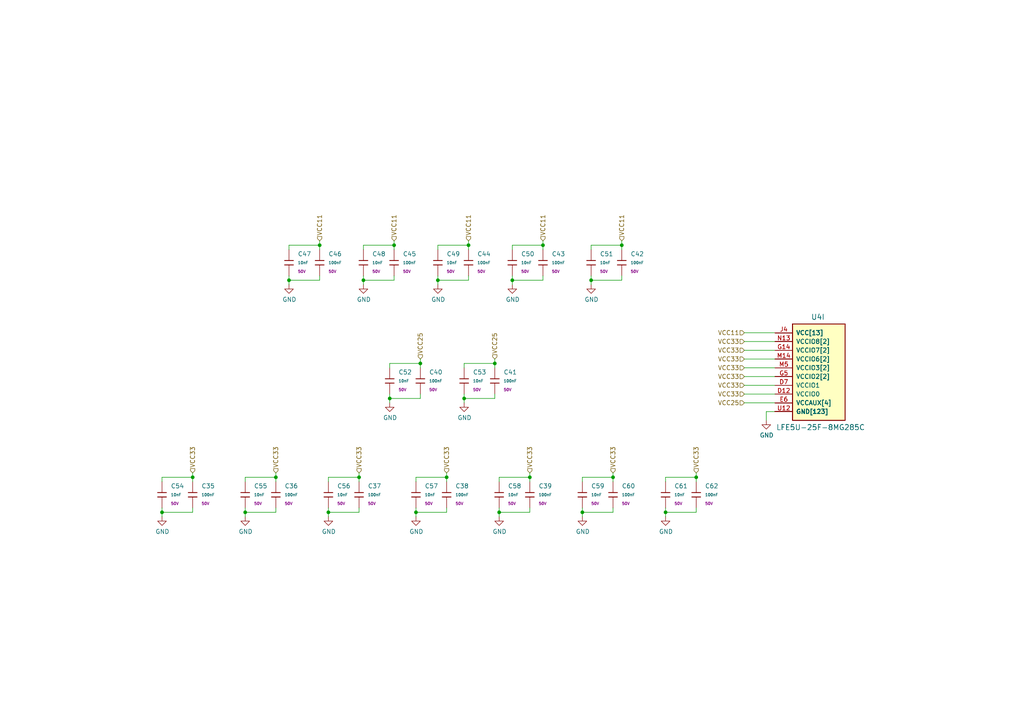
<source format=kicad_sch>
(kicad_sch (version 20250114) (generator "eeschema") (generator_version "9.0")
  (paper "A4")
  (lib_symbols
    (symbol "PCM_JLCPCB-Capacitors:0402,100nF,(2)" (pin_numbers (hide yes)) (pin_names (offset 0))
      (property "Reference" "C" (at 2.032 1.668 0))
      (property "Value" "100nF" (at 2.032 -0.3782 0))
      (property "Voltage Rated" "50V" (at 2.032 -2.0462 0))
      (symbol "0402,100nF,(2)_1_1"
        (pin passive line (at 0 3.81 270) (length 3.175) (name "~") (number "1"))
        (pin passive line (at 0 -3.81 90) (length 3.175) (name "~") (number "2"))
      )
    )
    (symbol "PCM_JLCPCB-Capacitors:0402,10nF" (pin_numbers (hide yes)) (pin_names (offset 0))
      (property "Reference" "C" (at 2.032 1.668 0))
      (property "Value" "10nF" (at 2.032 -0.3782 0))
      (property "Voltage Rated" "50V" (at 2.032 -2.0462 0))
      (symbol "0402,10nF_1_1"
        (pin passive line (at 0 3.81 270) (length 3.175) (name "~") (number "1"))
        (pin passive line (at 0 -3.81 90) (length 3.175) (name "~") (number "2"))
      )
    )
    (symbol "gkl_lattice:ECP5U25-MG285" (pin_names (offset 1.016))
      (property "Reference" "U" (at 5.08 6.35 0))
      (property "Value" "gkl_lattice_ECP5U25-MG285" (at 5.08 3.81 0))
      (symbol "ECP5U25-MG285_1_1"
        (pin bidirectional line (at 0 0 0) (length 5.08) (name "PT4A") (number "B11"))
        (pin bidirectional line (at 0 -2.54 0) (length 5.08) (name "PT4B") (number "C11"))
        (pin bidirectional line (at 0 -5.08 0) (length 5.08) (name "PT27A/PCLKT0_1") (number "A11"))
        (pin bidirectional line (at 0 -7.62 0) (length 5.08) (name "PT27B/PCLKC0_1") (number "A10"))
        (pin bidirectional line (at 0 -10.16 0) (length 5.08) (name "PT29A/PCLKT0_0") (number "B10"))
        (pin bidirectional line (at 0 -12.7 0) (length 5.08) (name "PT29B/PCLKC0_0") (number "C10"))
      )
      (symbol "ECP5U25-MG285_2_1"
        (pin bidirectional line (at 0 0 0) (length 5.08) (name "PT33A/PCLKT1_1") (number "B9"))
        (pin bidirectional line (at 0 -2.54 0) (length 5.08) (name "PT33B/PCLKC1_1") (number "C9"))
        (pin bidirectional line (at 0 -5.08 0) (length 5.08) (name "PT35A/PCLKT1_0") (number "A9"))
        (pin bidirectional line (at 0 -7.62 0) (length 5.08) (name "PT35B/PCLKC1_0") (number "A8"))
        (pin bidirectional line (at 0 -10.16 0) (length 5.08) (name "PT67A") (number "B8"))
        (pin bidirectional line (at 0 -12.7 0) (length 5.08) (name "PT67B") (number "C8"))
      )
      (symbol "ECP5U25-MG285_3_1"
        (pin bidirectional line (at 0 0 0) (length 5.08) (name "PR2A") (number "C7"))
        (pin bidirectional line (at 0 -2.54 0) (length 5.08) (name "PR2B/S0_IN") (number "B7"))
        (pin bidirectional line (at 0 -5.08 0) (length 5.08) (name "PR5A") (number "D6"))
        (pin bidirectional line (at 0 -7.62 0) (length 5.08) (name "PR5B") (number "C6"))
        (pin bidirectional line (at 0 -10.16 0) (length 5.08) (name "PR8A") (number "B6"))
        (pin bidirectional line (at 0 -12.7 0) (length 5.08) (name "PR8B") (number "A7"))
        (pin bidirectional line (at 0 -15.24 0) (length 5.08) (name "PR11A") (number "A6"))
        (pin bidirectional line (at 0 -17.78 0) (length 5.08) (name "PR11B") (number "A4"))
        (pin bidirectional line (at 0 -20.32 0) (length 5.08) (name "PR14A") (number "D4"))
        (pin bidirectional line (at 0 -22.86 0) (length 5.08) (name "PR14B") (number "C4"))
        (pin bidirectional line (at 0 -25.4 0) (length 5.08) (name "PR14C/VREF1_2") (number "B4"))
        (pin bidirectional line (at 0 -27.94 0) (length 5.08) (name "PR14D") (number "C3"))
        (pin bidirectional line (at 0 -30.48 0) (length 5.08) (name "PR17A") (number "D3"))
        (pin bidirectional line (at 0 -33.02 0) (length 5.08) (name "PR17B") (number "C2"))
        (pin bidirectional line (at 0 -35.56 0) (length 5.08) (name "PR20A/GR_PCLK2_1") (number "A3"))
        (pin bidirectional line (at 0 -38.1 0) (length 5.08) (name "PR20B") (number "B2"))
        (pin bidirectional line (at 0 -40.64 0) (length 5.08) (name "PR20C/GR_PCLK2_0") (number "A2"))
        (pin bidirectional line (at 0 -43.18 0) (length 5.08) (name "PR23A/PCLKT2_1") (number "D2"))
        (pin bidirectional line (at 0 -45.72 0) (length 5.08) (name "PR23B/PCLKC2_1") (number "B1"))
        (pin bidirectional line (at 0 -48.26 0) (length 5.08) (name "PR23C/PCLKT2_0") (number "C1"))
        (pin bidirectional line (at 0 -50.8 0) (length 5.08) (name "PR23D/PCLKC2_0") (number "D1"))
      )
      (symbol "ECP5U25-MG285_4_1"
        (pin bidirectional line (at 0 0 0) (length 5.08) (name "PR26A/PCLKT3_1") (number "H4"))
        (pin bidirectional line (at 0 -2.54 0) (length 5.08) (name "PR26B/PCLKC3_1") (number "G4"))
        (pin bidirectional line (at 0 -5.08 0) (length 5.08) (name "PR26C/PCLKT3_0") (number "F4"))
        (pin bidirectional line (at 0 -7.62 0) (length 5.08) (name "PR26D/PCLKC3_0") (number "F3"))
        (pin bidirectional line (at 0 -10.16 0) (length 5.08) (name "PR29A/GR_PCLK3_0") (number "H3"))
        (pin bidirectional line (at 0 -12.7 0) (length 5.08) (name "PR29B") (number "G3"))
        (pin bidirectional line (at 0 -15.24 0) (length 5.08) (name "PR29C/GR_PCLK3_1") (number "J3"))
        (pin bidirectional line (at 0 -17.78 0) (length 5.08) (name "PR29D") (number "H2"))
        (pin bidirectional line (at 0 -20.32 0) (length 5.08) (name "PR32A") (number "F2"))
        (pin bidirectional line (at 0 -22.86 0) (length 5.08) (name "PR32B") (number "G1"))
        (pin bidirectional line (at 0 -25.4 0) (length 5.08) (name "PR35A") (number "J2"))
        (pin bidirectional line (at 0 -27.94 0) (length 5.08) (name "PR35B/VREF1_3") (number "J1"))
        (pin bidirectional line (at 0 -30.48 0) (length 5.08) (name "PR35C") (number "F1"))
        (pin bidirectional line (at 0 -33.02 0) (length 5.08) (name "PR35D") (number "H1"))
        (pin bidirectional line (at 0 -35.56 0) (length 5.08) (name "PR38A") (number "K4"))
        (pin bidirectional line (at 0 -38.1 0) (length 5.08) (name "PR38B") (number "L4"))
        (pin bidirectional line (at 0 -40.64 0) (length 5.08) (name "PR38C") (number "N4"))
        (pin bidirectional line (at 0 -43.18 0) (length 5.08) (name "PR38D") (number "N3"))
        (pin bidirectional line (at 0 -45.72 0) (length 5.08) (name "PR41A") (number "M3"))
        (pin bidirectional line (at 0 -48.26 0) (length 5.08) (name "PR41B") (number "L3"))
        (pin bidirectional line (at 0 -50.8 0) (length 5.08) (name "PR41C") (number "K3"))
        (pin bidirectional line (at 0 -53.34 0) (length 5.08) (name "PR41D") (number "K1"))
        (pin bidirectional line (at 0 -55.88 0) (length 5.08) (name "PR44A") (number "K2"))
        (pin bidirectional line (at 0 -58.42 0) (length 5.08) (name "PR44B") (number "L1"))
        (pin bidirectional line (at 0 -60.96 0) (length 5.08) (name "PR44C") (number "M2"))
        (pin bidirectional line (at 0 -63.5 0) (length 5.08) (name "PR44D") (number "N2"))
        (pin bidirectional line (at 0 -66.04 0) (length 5.08) (name "PR47C/LRC_GPLL0T_IN") (number "M1"))
        (pin bidirectional line (at 0 -68.58 0) (length 5.08) (name "PR47D/LRC_GPLL0C_IN") (number "N1"))
      )
      (symbol "ECP5U25-MG285_5_1"
        (pin bidirectional line (at 0 0 0) (length 5.08) (name "PL26A/PCLKT6_1") (number "D17"))
        (pin bidirectional line (at 0 -2.54 0) (length 5.08) (name "PL26B/PCLKC6_1") (number "C18"))
        (pin bidirectional line (at 0 -5.08 0) (length 5.08) (name "PL26C/PCLKT6_0") (number "D18"))
        (pin bidirectional line (at 0 -7.62 0) (length 5.08) (name "PL26D/PCLKC6_0") (number "F18"))
        (pin bidirectional line (at 0 -10.16 0) (length 5.08) (name "PL29A/GR_PCLK6_0") (number "F17"))
        (pin bidirectional line (at 0 -12.7 0) (length 5.08) (name "PL29B") (number "F16"))
        (pin bidirectional line (at 0 -15.24 0) (length 5.08) (name "PL29C/GR_PCLK6_1") (number "F15"))
        (pin bidirectional line (at 0 -17.78 0) (length 5.08) (name "PL29D") (number "G16"))
        (pin bidirectional line (at 0 -20.32 0) (length 5.08) (name "PL32A") (number "G18"))
        (pin bidirectional line (at 0 -22.86 0) (length 5.08) (name "PL32B") (number "H17"))
        (pin bidirectional line (at 0 -25.4 0) (length 5.08) (name "PL35A") (number "G15"))
        (pin bidirectional line (at 0 -27.94 0) (length 5.08) (name "PL35B/VREF1_6") (number "H15"))
        (pin bidirectional line (at 0 -30.48 0) (length 5.08) (name "PL35C") (number "H16"))
        (pin bidirectional line (at 0 -33.02 0) (length 5.08) (name "PL35D") (number "J16"))
        (pin bidirectional line (at 0 -35.56 0) (length 5.08) (name "PL38C") (number "J17"))
        (pin bidirectional line (at 0 -38.1 0) (length 5.08) (name "PL38D") (number "H18"))
        (pin bidirectional line (at 0 -40.64 0) (length 5.08) (name "PL41A") (number "J18"))
        (pin bidirectional line (at 0 -43.18 0) (length 5.08) (name "PL41B") (number "K18"))
        (pin bidirectional line (at 0 -45.72 0) (length 5.08) (name "PL41C") (number "K16"))
        (pin bidirectional line (at 0 -48.26 0) (length 5.08) (name "PL41D") (number "K15"))
        (pin bidirectional line (at 0 -50.8 0) (length 5.08) (name "PL44A") (number "K17"))
        (pin bidirectional line (at 0 -53.34 0) (length 5.08) (name "PL44B") (number "L18"))
        (pin bidirectional line (at 0 -55.88 0) (length 5.08) (name "PL44C") (number "L15"))
        (pin bidirectional line (at 0 -58.42 0) (length 5.08) (name "PL44D") (number "L16"))
        (pin bidirectional line (at 0 -60.96 0) (length 5.08) (name "PL47C/LLC_GPLL0T_IN") (number "M16"))
        (pin bidirectional line (at 0 -63.5 0) (length 5.08) (name "PL47D/LLC_GPLL0C_IN") (number "M17"))
      )
      (symbol "ECP5U25-MG285_6_1"
        (pin bidirectional line (at 0 0 0) (length 5.08) (name "PL2A") (number "C12"))
        (pin bidirectional line (at 0 -2.54 0) (length 5.08) (name "PL2B") (number "B12"))
        (pin bidirectional line (at 0 -5.08 0) (length 5.08) (name "PL5A") (number "A12"))
        (pin bidirectional line (at 0 -7.62 0) (length 5.08) (name "PL8A") (number "D13"))
        (pin bidirectional line (at 0 -10.16 0) (length 5.08) (name "PL8B") (number "C13"))
        (pin bidirectional line (at 0 -12.7 0) (length 5.08) (name "PL14A") (number "B13"))
        (pin bidirectional line (at 0 -15.24 0) (length 5.08) (name "PL14B") (number "A13"))
        (pin bidirectional line (at 0 -17.78 0) (length 5.08) (name "PL14C/VREF1_7") (number "C15"))
        (pin bidirectional line (at 0 -20.32 0) (length 5.08) (name "PL14D") (number "A15"))
        (pin bidirectional line (at 0 -22.86 0) (length 5.08) (name "PL17A") (number "D15"))
        (pin bidirectional line (at 0 -25.4 0) (length 5.08) (name "PL17B") (number "D16"))
        (pin bidirectional line (at 0 -27.94 0) (length 5.08) (name "PL20A/GR_PCLK7_1") (number "B15"))
        (pin bidirectional line (at 0 -30.48 0) (length 5.08) (name "PL20B") (number "A16"))
        (pin bidirectional line (at 0 -33.02 0) (length 5.08) (name "PL20C/GR_PCLK7_0") (number "C16"))
        (pin bidirectional line (at 0 -35.56 0) (length 5.08) (name "PL23A/PCLKT7_1") (number "A17"))
        (pin bidirectional line (at 0 -38.1 0) (length 5.08) (name "PL23B/PCLKC7_1") (number "B17"))
        (pin bidirectional line (at 0 -40.64 0) (length 5.08) (name "PL23C/PCLKT7_0") (number "B18"))
        (pin bidirectional line (at 0 -43.18 0) (length 5.08) (name "PL23D/PCLKC7_0") (number "C17"))
      )
      (symbol "ECP5U25-MG285_7_1"
        (pin bidirectional line (at 0 0 0) (length 5.08) (name "PB4A/D7/IO7") (number "N15"))
        (pin bidirectional line (at 0 -2.54 0) (length 5.08) (name "PB4B/D6/IO6") (number "N16"))
        (pin bidirectional line (at 0 -5.08 0) (length 5.08) (name "PB6A/D5/MISO2/IO5") (number "N17"))
        (pin bidirectional line (at 0 -7.62 0) (length 5.08) (name "PB6B/D4/MOSI2/IO4") (number "M18"))
        (pin bidirectional line (at 0 -10.16 0) (length 5.08) (name "PB9A/D3/IO3") (number "N18"))
        (pin bidirectional line (at 0 -12.7 0) (length 5.08) (name "PB9B/D2/IO2") (number "R18"))
        (pin bidirectional line (at 0 -15.24 0) (length 5.08) (name "PB11A/D1/MISO/IO1") (number "T18"))
        (pin bidirectional line (at 0 -17.78 0) (length 5.08) (name "PB11B/D0/MOSI/IO0") (number "U18"))
        (pin bidirectional line (at 0 -20.32 0) (length 5.08) (name "PB13A/SN/CSN") (number "R17"))
        (pin bidirectional line (at 0 -22.86 0) (length 5.08) (name "PB13B/CS1N") (number "T17"))
        (pin bidirectional line (at 0 -25.4 0) (length 5.08) (name "PB15A/HOLDN/DI/BUSY/CSSPIN/CEN") (number "U17"))
        (pin bidirectional line (at 0 -27.94 0) (length 5.08) (name "PB15B/DOUT/CSON") (number "V17"))
        (pin bidirectional line (at 0 -30.48 0) (length 5.08) (name "PB18A/WRITEN") (number "R16"))
      )
      (symbol "ECP5U25-MG285_8_1"
        (pin power_in line (at 0 0 0) (length 5.08) (name "CCLK/MCLK/SCK") (number "U16"))
        (pin power_in line (at 0 -2.54 0) (length 5.08) (name "CFG_0") (number "U14"))
        (pin power_in line (at 0 -5.08 0) (length 5.08) (name "CFG_1") (number "T14"))
        (pin power_in line (at 0 -7.62 0) (length 5.08) (name "CFG_2") (number "V15"))
        (pin power_in line (at 0 -10.16 0) (length 5.08) (name "DONE") (number "U15"))
        (pin power_in line (at 0 -12.7 0) (length 5.08) (name "INITN") (number "V16"))
        (pin power_in line (at 0 -15.24 0) (length 5.08) (name "PROGRAMN") (number "T15"))
        (pin power_in line (at 0 -17.78 0) (length 5.08) (name "TCK") (number "U13"))
        (pin power_in line (at 0 -20.32 0) (length 5.08) (name "TDI") (number "T13"))
        (pin power_in line (at 0 -22.86 0) (length 5.08) (name "TDO") (number "V14"))
        (pin power_in line (at 0 -25.4 0) (length 5.08) (name "TMS") (number "V13"))
        (pin power_in line (at 0 -27.94 0) (length 5.08) (name "RESERVED") (number "V11"))
        (pin power_in line (at 0 -30.48 0) (length 5.08) (name "RESERVED") (number "V12"))
        (pin power_in line (at 0 -33.02 0) (length 5.08) (name "RESERVED") (number "V2"))
        (pin power_in line (at 0 -35.56 0) (length 5.08) (name "RESERVED") (number "V3"))
      )
      (symbol "ECP5U25-MG285_9_1"
        (pin power_in line (at 0 0 0) (length 5.08) (name "GND[123]") (number "B16"))
        (pin power_in line (at 0 0 0) (length 5.08) (name "GND[123]") (number "B3"))
        (pin power_in line (at 0 0 0) (length 5.08) (name "GND[123]") (number "E10"))
        (pin power_in line (at 0 0 0) (length 5.08) (name "GND[123]") (number "E11"))
        (pin power_in line (at 0 0 0) (length 5.08) (name "GND[123]") (number "E12"))
        (pin power_in line (at 0 0 0) (length 5.08) (name "GND[123]") (number "E14"))
        (pin power_in line (at 0 0 0) (length 5.08) (name "GND[123]") (number "E5"))
        (pin power_in line (at 0 0 0) (length 5.08) (name "GND[123]") (number "E7"))
        (pin power_in line (at 0 0 0) (length 5.08) (name "GND[123]") (number "E8"))
        (pin power_in line (at 0 0 0) (length 5.08) (name "GND[123]") (number "E9"))
        (pin power_in line (at 0 0 0) (length 5.08) (name "GND[123]") (number "F10"))
        (pin power_in line (at 0 0 0) (length 5.08) (name "GND[123]") (number "F11"))
        (pin power_in line (at 0 0 0) (length 5.08) (name "GND[123]") (number "F12"))
        (pin power_in line (at 0 0 0) (length 5.08) (name "GND[123]") (number "F13"))
        (pin power_in line (at 0 0 0) (length 5.08) (name "GND[123]") (number "F14"))
        (pin power_in line (at 0 0 0) (length 5.08) (name "GND[123]") (number "F5"))
        (pin power_in line (at 0 0 0) (length 5.08) (name "GND[123]") (number "F6"))
        (pin power_in line (at 0 0 0) (length 5.08) (name "GND[123]") (number "F7"))
        (pin power_in line (at 0 0 0) (length 5.08) (name "GND[123]") (number "F8"))
        (pin power_in line (at 0 0 0) (length 5.08) (name "GND[123]") (number "F9"))
        (pin power_in line (at 0 0 0) (length 5.08) (name "GND[123]") (number "G10"))
        (pin power_in line (at 0 0 0) (length 5.08) (name "GND[123]") (number "G11"))
        (pin power_in line (at 0 0 0) (length 5.08) (name "GND[123]") (number "G12"))
        (pin power_in line (at 0 0 0) (length 5.08) (name "GND[123]") (number "G13"))
        (pin power_in line (at 0 0 0) (length 5.08) (name "GND[123]") (number "G17"))
        (pin power_in line (at 0 0 0) (length 5.08) (name "GND[123]") (number "G2"))
        (pin power_in line (at 0 0 0) (length 5.08) (name "GND[123]") (number "G6"))
        (pin power_in line (at 0 0 0) (length 5.08) (name "GND[123]") (number "G7"))
        (pin power_in line (at 0 0 0) (length 5.08) (name "GND[123]") (number "G8"))
        (pin power_in line (at 0 0 0) (length 5.08) (name "GND[123]") (number "G9"))
        (pin power_in line (at 0 0 0) (length 5.08) (name "GND[123]") (number "H10"))
        (pin power_in line (at 0 0 0) (length 5.08) (name "GND[123]") (number "H11"))
        (pin power_in line (at 0 0 0) (length 5.08) (name "GND[123]") (number "H12"))
        (pin power_in line (at 0 0 0) (length 5.08) (name "GND[123]") (number "H13"))
        (pin power_in line (at 0 0 0) (length 5.08) (name "GND[123]") (number "H6"))
        (pin power_in line (at 0 0 0) (length 5.08) (name "GND[123]") (number "H7"))
        (pin power_in line (at 0 0 0) (length 5.08) (name "GND[123]") (number "H8"))
        (pin power_in line (at 0 0 0) (length 5.08) (name "GND[123]") (number "H9"))
        (pin power_in line (at 0 0 0) (length 5.08) (name "GND[123]") (number "J10"))
        (pin power_in line (at 0 0 0) (length 5.08) (name "GND[123]") (number "J11"))
        (pin power_in line (at 0 0 0) (length 5.08) (name "GND[123]") (number "J12"))
        (pin power_in line (at 0 0 0) (length 5.08) (name "GND[123]") (number "J13"))
        (pin power_in line (at 0 0 0) (length 5.08) (name "GND[123]") (number "J6"))
        (pin power_in line (at 0 0 0) (length 5.08) (name "GND[123]") (number "J7"))
        (pin power_in line (at 0 0 0) (length 5.08) (name "GND[123]") (number "J8"))
        (pin power_in line (at 0 0 0) (length 5.08) (name "GND[123]") (number "J9"))
        (pin power_in line (at 0 0 0) (length 5.08) (name "GND[123]") (number "K10"))
        (pin power_in line (at 0 0 0) (length 5.08) (name "GND[123]") (number "K11"))
        (pin power_in line (at 0 0 0) (length 5.08) (name "GND[123]") (number "K12"))
        (pin power_in line (at 0 0 0) (length 5.08) (name "GND[123]") (number "K13"))
        (pin power_in line (at 0 0 0) (length 5.08) (name "GND[123]") (number "K14"))
        (pin power_in line (at 0 0 0) (length 5.08) (name "GND[123]") (number "K5"))
        (pin power_in line (at 0 0 0) (length 5.08) (name "GND[123]") (number "K6"))
        (pin power_in line (at 0 0 0) (length 5.08) (name "GND[123]") (number "K7"))
        (pin power_in line (at 0 0 0) (length 5.08) (name "GND[123]") (number "K8"))
        (pin power_in line (at 0 0 0) (length 5.08) (name "GND[123]") (number "K9"))
        (pin power_in line (at 0 0 0) (length 5.08) (name "GND[123]") (number "L10"))
        (pin power_in line (at 0 0 0) (length 5.08) (name "GND[123]") (number "L11"))
        (pin power_in line (at 0 0 0) (length 5.08) (name "GND[123]") (number "L12"))
        (pin power_in line (at 0 0 0) (length 5.08) (name "GND[123]") (number "L13"))
        (pin power_in line (at 0 0 0) (length 5.08) (name "GND[123]") (number "L14"))
        (pin power_in line (at 0 0 0) (length 5.08) (name "GND[123]") (number "L17"))
        (pin power_in line (at 0 0 0) (length 5.08) (name "GND[123]") (number "L2"))
        (pin power_in line (at 0 0 0) (length 5.08) (name "GND[123]") (number "L5"))
        (pin power_in line (at 0 0 0) (length 5.08) (name "GND[123]") (number "L6"))
        (pin power_in line (at 0 0 0) (length 5.08) (name "GND[123]") (number "L7"))
        (pin power_in line (at 0 0 0) (length 5.08) (name "GND[123]") (number "L8"))
        (pin power_in line (at 0 0 0) (length 5.08) (name "GND[123]") (number "L9"))
        (pin power_in line (at 0 0 0) (length 5.08) (name "GND[123]") (number "M10"))
        (pin power_in line (at 0 0 0) (length 5.08) (name "GND[123]") (number "M11"))
        (pin power_in line (at 0 0 0) (length 5.08) (name "GND[123]") (number "M12"))
        (pin power_in line (at 0 0 0) (length 5.08) (name "GND[123]") (number "M13"))
        (pin power_in line (at 0 0 0) (length 5.08) (name "GND[123]") (number "M6"))
        (pin power_in line (at 0 0 0) (length 5.08) (name "GND[123]") (number "M7"))
        (pin power_in line (at 0 0 0) (length 5.08) (name "GND[123]") (number "M8"))
        (pin power_in line (at 0 0 0) (length 5.08) (name "GND[123]") (number "M9"))
        (pin power_in line (at 0 0 0) (length 5.08) (name "GND[123]") (number "N10"))
        (pin power_in line (at 0 0 0) (length 5.08) (name "GND[123]") (number "N11"))
        (pin power_in line (at 0 0 0) (length 5.08) (name "GND[123]") (number "N12"))
        (pin power_in line (at 0 0 0) (length 5.08) (name "GND[123]") (number "N7"))
        (pin power_in line (at 0 0 0) (length 5.08) (name "GND[123]") (number "N8"))
        (pin power_in line (at 0 0 0) (length 5.08) (name "GND[123]") (number "N9"))
        (pin power_in line (at 0 0 0) (length 5.08) (name "GND[123]") (number "P10"))
        (pin power_in line (at 0 0 0) (length 5.08) (name "GND[123]") (number "P12"))
        (pin power_in line (at 0 0 0) (length 5.08) (name "GND[123]") (number "P5"))
        (pin power_in line (at 0 0 0) (length 5.08) (name "GND[123]") (number "P6"))
        (pin power_in line (at 0 0 0) (length 5.08) (name "GND[123]") (number "P8"))
        (pin power_in line (at 0 0 0) (length 5.08) (name "GND[123]") (number "R1"))
        (pin power_in line (at 0 0 0) (length 5.08) (name "GND[123]") (number "R10"))
        (pin power_in line (at 0 0 0) (length 5.08) (name "GND[123]") (number "R2"))
        (pin power_in line (at 0 0 0) (length 5.08) (name "GND[123]") (number "R3"))
        (pin power_in line (at 0 0 0) (length 5.08) (name "GND[123]") (number "T1"))
        (pin power_in line (at 0 0 0) (length 5.08) (name "GND[123]") (number "T10"))
        (pin power_in line (at 0 0 0) (length 5.08) (name "GND[123]") (number "T11"))
        (pin power_in line (at 0 0 0) (length 5.08) (name "GND[123]") (number "T12"))
        (pin power_in line (at 0 0 0) (length 5.08) (name "GND[123]") (number "T16"))
        (pin power_in line (at 0 0 0) (length 5.08) (name "GND[123]") (number "T2"))
        (pin power_in line (at 0 0 0) (length 5.08) (name "GND[123]") (number "T3"))
        (pin power_in line (at 0 0 0) (length 5.08) (name "GND[123]") (number "T4"))
        (pin power_in line (at 0 0 0) (length 5.08) (name "GND[123]") (number "T5"))
        (pin power_in line (at 0 0 0) (length 5.08) (name "GND[123]") (number "T6"))
        (pin power_in line (at 0 0 0) (length 5.08) (name "GND[123]") (number "T7"))
        (pin power_in line (at 0 0 0) (length 5.08) (name "GND[123]") (number "T8"))
        (pin power_in line (at 0 0 0) (length 5.08) (name "GND[123]") (number "T9"))
        (pin power_in line (at 0 0 0) (length 5.08) (name "GND[123]") (number "U1"))
        (pin power_in line (at 0 0 0) (length 5.08) (name "GND[123]") (number "U10"))
        (pin power_in line (at 0 0 0) (length 5.08) (name "GND[123]") (number "U11"))
        (pin power_in line (at 0 0 0) (length 5.08) (name "GND[123]") (number "U12"))
        (pin power_in line (at 0 0 0) (length 5.08) (name "GND[123]") (number "U2"))
        (pin power_in line (at 0 0 0) (length 5.08) (name "GND[123]") (number "U3"))
        (pin power_in line (at 0 0 0) (length 5.08) (name "GND[123]") (number "U4"))
        (pin power_in line (at 0 0 0) (length 5.08) (name "GND[123]") (number "U5"))
        (pin power_in line (at 0 0 0) (length 5.08) (name "GND[123]") (number "U6"))
        (pin power_in line (at 0 0 0) (length 5.08) (name "GND[123]") (number "U7"))
        (pin power_in line (at 0 0 0) (length 5.08) (name "GND[123]") (number "U8"))
        (pin power_in line (at 0 0 0) (length 5.08) (name "GND[123]") (number "U9"))
        (pin power_in line (at 0 0 0) (length 5.08) (name "GND[123]") (number "V10"))
        (pin power_in line (at 0 0 0) (length 5.08) (name "GND[123]") (number "V4"))
        (pin power_in line (at 0 0 0) (length 5.08) (name "GND[123]") (number "V5"))
        (pin power_in line (at 0 0 0) (length 5.08) (name "GND[123]") (number "V6"))
        (pin power_in line (at 0 0 0) (length 5.08) (name "GND[123]") (number "V7"))
        (pin power_in line (at 0 0 0) (length 5.08) (name "GND[123]") (number "V8"))
        (pin power_in line (at 0 0 0) (length 5.08) (name "GND[123]") (number "V9"))
        (pin power_in line (at 0 -2.54 0) (length 5.08) (name "VCCAUX[4]") (number "E13"))
        (pin power_in line (at 0 -2.54 0) (length 5.08) (name "VCCAUX[4]") (number "E6"))
        (pin power_in line (at 0 -2.54 0) (length 5.08) (name "VCCAUX[4]") (number "N6"))
        (pin power_in line (at 0 -2.54 0) (length 5.08) (name "VCCAUX[4]") (number "P13"))
        (pin power_in line (at 0 -5.08 0) (length 5.08) (name "VCCIO0") (number "D12"))
        (pin power_in line (at 0 -7.62 0) (length 5.08) (name "VCCIO1") (number "D7"))
        (pin power_in line (at 0 -10.16 0) (length 5.08) (name "VCCIO2[2]") (number "G5"))
        (pin power_in line (at 0 -10.16 0) (length 5.08) (name "VCCIO2[2]") (number "H5"))
        (pin power_in line (at 0 -12.7 0) (length 5.08) (name "VCCIO3[2]") (number "M5"))
        (pin power_in line (at 0 -12.7 0) (length 5.08) (name "VCCIO3[2]") (number "N5"))
        (pin power_in line (at 0 -15.24 0) (length 5.08) (name "VCCIO6[2]") (number "M14"))
        (pin power_in line (at 0 -15.24 0) (length 5.08) (name "VCCIO6[2]") (number "N14"))
        (pin power_in line (at 0 -17.78 0) (length 5.08) (name "VCCIO7[2]") (number "G14"))
        (pin power_in line (at 0 -17.78 0) (length 5.08) (name "VCCIO7[2]") (number "H14"))
        (pin power_in line (at 0 -20.32 0) (length 5.08) (name "VCCIO8[2]") (number "N13"))
        (pin power_in line (at 0 -20.32 0) (length 5.08) (name "VCCIO8[2]") (number "P14"))
        (pin power_in line (at 0 -22.86 0) (length 5.08) (name "VCC[13]") (number "D10"))
        (pin power_in line (at 0 -22.86 0) (length 5.08) (name "VCC[13]") (number "D11"))
        (pin power_in line (at 0 -22.86 0) (length 5.08) (name "VCC[13]") (number "D8"))
        (pin power_in line (at 0 -22.86 0) (length 5.08) (name "VCC[13]") (number "D9"))
        (pin power_in line (at 0 -22.86 0) (length 5.08) (name "VCC[13]") (number "J14"))
        (pin power_in line (at 0 -22.86 0) (length 5.08) (name "VCC[13]") (number "J15"))
        (pin power_in line (at 0 -22.86 0) (length 5.08) (name "VCC[13]") (number "J4"))
        (pin power_in line (at 0 -22.86 0) (length 5.08) (name "VCC[13]") (number "J5"))
        (pin power_in line (at 0 -22.86 0) (length 5.08) (name "VCC[13]") (number "M15"))
        (pin power_in line (at 0 -22.86 0) (length 5.08) (name "VCC[13]") (number "M4"))
        (pin power_in line (at 0 -22.86 0) (length 5.08) (name "VCC[13]") (number "P11"))
        (pin power_in line (at 0 -22.86 0) (length 5.08) (name "VCC[13]") (number "P7"))
        (pin power_in line (at 0 -22.86 0) (length 5.08) (name "VCC[13]") (number "P9"))
      )
    )
    (symbol "power:GND" (power) (pin_names (offset 0))
      (property "Value" "GND" (at 0 -3.81 0))
      (symbol "GND_1_1"
        (pin power_in line (at 0 0 270) (length 0) (hide yes) (name "GND") (number "1"))
      )
    )
  )
  (junction (at 55.88 138.43))
  (junction (at 143.51 105.41))
  (junction (at 46.99 148.59))
  (junction (at 104.14 138.43))
  (junction (at 120.65 148.59))
  (junction (at 168.91 148.59))
  (junction (at 148.59 81.28))
  (junction (at 157.48 71.12))
  (junction (at 134.62 115.57))
  (junction (at 80.01 138.43))
  (junction (at 95.25 148.59))
  (junction (at 113.03 115.57))
  (junction (at 92.71 71.12))
  (junction (at 127 81.28))
  (junction (at 135.89 71.12))
  (junction (at 83.82 81.28))
  (junction (at 171.45 81.28))
  (junction (at 129.54 138.43))
  (junction (at 121.92 105.41))
  (junction (at 105.41 81.28))
  (junction (at 114.3 71.12))
  (junction (at 144.78 148.59))
  (junction (at 177.8 138.43))
  (junction (at 71.12 148.59))
  (junction (at 180.34 71.12))
  (junction (at 153.67 138.43))
  (junction (at 193.04 148.59))
  (junction (at 201.93 138.43))
  (wire (pts (xy 148.59 71.12) (xy 157.48 71.12)))
  (wire (pts (xy 224.79 104.14) (xy 215.9 104.14)))
  (wire (pts (xy 157.48 81.28) (xy 157.48 80.01)))
  (wire (pts (xy 105.41 72.39) (xy 105.41 71.12)))
  (wire (pts (xy 95.25 139.7) (xy 95.25 138.43)))
  (wire (pts (xy 113.03 105.41) (xy 121.92 105.41)))
  (wire (pts (xy 134.62 115.57) (xy 134.62 116.84)))
  (wire (pts (xy 148.59 81.28) (xy 148.59 82.55)))
  (wire (pts (xy 224.79 101.6) (xy 215.9 101.6)))
  (wire (pts (xy 120.65 138.43) (xy 129.54 138.43)))
  (wire (pts (xy 180.34 72.39) (xy 180.34 71.12)))
  (wire (pts (xy 83.82 71.12) (xy 92.71 71.12)))
  (wire (pts (xy 92.71 71.12) (xy 92.71 69.85)))
  (wire (pts (xy 127 71.12) (xy 135.89 71.12)))
  (wire (pts (xy 193.04 148.59) (xy 193.04 149.86)))
  (wire (pts (xy 168.91 148.59) (xy 168.91 149.86)))
  (wire (pts (xy 113.03 115.57) (xy 113.03 116.84)))
  (wire (pts (xy 113.03 114.3) (xy 113.03 115.57)))
  (wire (pts (xy 143.51 106.68) (xy 143.51 105.41)))
  (wire (pts (xy 134.62 114.3) (xy 134.62 115.57)))
  (wire (pts (xy 171.45 81.28) (xy 171.45 82.55)))
  (wire (pts (xy 83.82 80.01) (xy 83.82 81.28)))
  (wire (pts (xy 71.12 148.59) (xy 71.12 149.86)))
  (wire (pts (xy 144.78 148.59) (xy 153.67 148.59)))
  (wire (pts (xy 135.89 71.12) (xy 135.89 69.85)))
  (wire (pts (xy 95.25 148.59) (xy 95.25 149.86)))
  (wire (pts (xy 193.04 139.7) (xy 193.04 138.43)))
  (wire (pts (xy 80.01 138.43) (xy 80.01 137.16)))
  (wire (pts (xy 120.65 139.7) (xy 120.65 138.43)))
  (wire (pts (xy 144.78 139.7) (xy 144.78 138.43)))
  (wire (pts (xy 55.88 148.59) (xy 55.88 147.32)))
  (wire (pts (xy 105.41 71.12) (xy 114.3 71.12)))
  (wire (pts (xy 127 81.28) (xy 135.89 81.28)))
  (wire (pts (xy 222.25 119.38) (xy 224.79 119.38)))
  (wire (pts (xy 177.8 148.59) (xy 177.8 147.32)))
  (wire (pts (xy 193.04 138.43) (xy 201.93 138.43)))
  (wire (pts (xy 121.92 105.41) (xy 121.92 104.14)))
  (wire (pts (xy 105.41 81.28) (xy 114.3 81.28)))
  (wire (pts (xy 83.82 72.39) (xy 83.82 71.12)))
  (wire (pts (xy 71.12 148.59) (xy 80.01 148.59)))
  (wire (pts (xy 105.41 81.28) (xy 105.41 82.55)))
  (wire (pts (xy 180.34 71.12) (xy 180.34 69.85)))
  (wire (pts (xy 104.14 139.7) (xy 104.14 138.43)))
  (wire (pts (xy 120.65 147.32) (xy 120.65 148.59)))
  (wire (pts (xy 121.92 106.68) (xy 121.92 105.41)))
  (wire (pts (xy 46.99 139.7) (xy 46.99 138.43)))
  (wire (pts (xy 177.8 138.43) (xy 177.8 137.16)))
  (wire (pts (xy 148.59 72.39) (xy 148.59 71.12)))
  (wire (pts (xy 201.93 138.43) (xy 201.93 137.16)))
  (wire (pts (xy 215.9 116.84) (xy 224.79 116.84)))
  (wire (pts (xy 193.04 148.59) (xy 201.93 148.59)))
  (wire (pts (xy 224.79 106.68) (xy 215.9 106.68)))
  (wire (pts (xy 224.79 111.76) (xy 215.9 111.76)))
  (wire (pts (xy 168.91 147.32) (xy 168.91 148.59)))
  (wire (pts (xy 46.99 138.43) (xy 55.88 138.43)))
  (wire (pts (xy 144.78 148.59) (xy 144.78 149.86)))
  (wire (pts (xy 157.48 71.12) (xy 157.48 69.85)))
  (wire (pts (xy 144.78 147.32) (xy 144.78 148.59)))
  (wire (pts (xy 113.03 106.68) (xy 113.03 105.41)))
  (wire (pts (xy 105.41 80.01) (xy 105.41 81.28)))
  (wire (pts (xy 168.91 139.7) (xy 168.91 138.43)))
  (wire (pts (xy 129.54 138.43) (xy 129.54 137.16)))
  (wire (pts (xy 127 81.28) (xy 127 82.55)))
  (wire (pts (xy 129.54 139.7) (xy 129.54 138.43)))
  (wire (pts (xy 153.67 138.43) (xy 153.67 137.16)))
  (wire (pts (xy 171.45 81.28) (xy 180.34 81.28)))
  (wire (pts (xy 104.14 138.43) (xy 104.14 137.16)))
  (wire (pts (xy 114.3 71.12) (xy 114.3 69.85)))
  (wire (pts (xy 143.51 115.57) (xy 143.51 114.3)))
  (wire (pts (xy 46.99 148.59) (xy 46.99 149.86)))
  (wire (pts (xy 201.93 139.7) (xy 201.93 138.43)))
  (wire (pts (xy 134.62 106.68) (xy 134.62 105.41)))
  (wire (pts (xy 95.25 147.32) (xy 95.25 148.59)))
  (wire (pts (xy 171.45 71.12) (xy 180.34 71.12)))
  (wire (pts (xy 104.14 148.59) (xy 104.14 147.32)))
  (wire (pts (xy 224.79 114.3) (xy 215.9 114.3)))
  (wire (pts (xy 224.79 99.06) (xy 215.9 99.06)))
  (wire (pts (xy 168.91 148.59) (xy 177.8 148.59)))
  (wire (pts (xy 55.88 138.43) (xy 55.88 137.16)))
  (wire (pts (xy 193.04 147.32) (xy 193.04 148.59)))
  (wire (pts (xy 171.45 72.39) (xy 171.45 71.12)))
  (wire (pts (xy 148.59 81.28) (xy 157.48 81.28)))
  (wire (pts (xy 120.65 148.59) (xy 120.65 149.86)))
  (wire (pts (xy 92.71 72.39) (xy 92.71 71.12)))
  (wire (pts (xy 46.99 147.32) (xy 46.99 148.59)))
  (wire (pts (xy 83.82 81.28) (xy 83.82 82.55)))
  (wire (pts (xy 55.88 139.7) (xy 55.88 138.43)))
  (wire (pts (xy 83.82 81.28) (xy 92.71 81.28)))
  (wire (pts (xy 114.3 72.39) (xy 114.3 71.12)))
  (wire (pts (xy 71.12 138.43) (xy 80.01 138.43)))
  (wire (pts (xy 129.54 148.59) (xy 129.54 147.32)))
  (wire (pts (xy 121.92 115.57) (xy 121.92 114.3)))
  (wire (pts (xy 95.25 138.43) (xy 104.14 138.43)))
  (wire (pts (xy 135.89 72.39) (xy 135.89 71.12)))
  (wire (pts (xy 71.12 139.7) (xy 71.12 138.43)))
  (wire (pts (xy 222.25 121.92) (xy 222.25 119.38)))
  (wire (pts (xy 71.12 147.32) (xy 71.12 148.59)))
  (wire (pts (xy 134.62 115.57) (xy 143.51 115.57)))
  (wire (pts (xy 168.91 138.43) (xy 177.8 138.43)))
  (wire (pts (xy 134.62 105.41) (xy 143.51 105.41)))
  (wire (pts (xy 177.8 139.7) (xy 177.8 138.43)))
  (wire (pts (xy 127 80.01) (xy 127 81.28)))
  (wire (pts (xy 114.3 81.28) (xy 114.3 80.01)))
  (wire (pts (xy 127 72.39) (xy 127 71.12)))
  (wire (pts (xy 46.99 148.59) (xy 55.88 148.59)))
  (wire (pts (xy 135.89 81.28) (xy 135.89 80.01)))
  (wire (pts (xy 80.01 139.7) (xy 80.01 138.43)))
  (wire (pts (xy 92.71 81.28) (xy 92.71 80.01)))
  (wire (pts (xy 215.9 96.52) (xy 224.79 96.52)))
  (wire (pts (xy 143.51 105.41) (xy 143.51 104.14)))
  (wire (pts (xy 80.01 148.59) (xy 80.01 147.32)))
  (wire (pts (xy 148.59 80.01) (xy 148.59 81.28)))
  (wire (pts (xy 224.79 109.22) (xy 215.9 109.22)))
  (wire (pts (xy 120.65 148.59) (xy 129.54 148.59)))
  (wire (pts (xy 171.45 80.01) (xy 171.45 81.28)))
  (wire (pts (xy 113.03 115.57) (xy 121.92 115.57)))
  (wire (pts (xy 201.93 148.59) (xy 201.93 147.32)))
  (wire (pts (xy 180.34 81.28) (xy 180.34 80.01)))
  (wire (pts (xy 95.25 148.59) (xy 104.14 148.59)))
  (wire (pts (xy 144.78 138.43) (xy 153.67 138.43)))
  (wire (pts (xy 157.48 72.39) (xy 157.48 71.12)))
  (wire (pts (xy 153.67 139.7) (xy 153.67 138.43)))
  (wire (pts (xy 153.67 148.59) (xy 153.67 147.32)))
  (hierarchical_label "VCC25" (shape input) (at 121.92 104.14 90))
  (hierarchical_label "VCC11" (shape input) (at 135.89 69.85 90))
  (hierarchical_label "VCC33" (shape input) (at 80.01 137.16 90))
  (hierarchical_label "VCC25" (shape input) (at 215.9 116.84 180))
  (hierarchical_label "VCC33" (shape input) (at 215.9 104.14 180))
  (hierarchical_label "VCC33" (shape input) (at 215.9 114.3 180))
  (hierarchical_label "VCC25" (shape input) (at 143.51 104.14 90))
  (hierarchical_label "VCC33" (shape input) (at 153.67 137.16 90))
  (hierarchical_label "VCC33" (shape input) (at 215.9 106.68 180))
  (hierarchical_label "VCC33" (shape input) (at 201.93 137.16 90))
  (hierarchical_label "VCC11" (shape input) (at 215.9 96.52 180))
  (hierarchical_label "VCC33" (shape input) (at 129.54 137.16 90))
  (hierarchical_label "VCC33" (shape input) (at 215.9 99.06 180))
  (hierarchical_label "VCC33" (shape input) (at 215.9 109.22 180))
  (hierarchical_label "VCC11" (shape input) (at 157.48 69.85 90))
  (hierarchical_label "VCC11" (shape input) (at 180.34 69.85 90))
  (hierarchical_label "VCC33" (shape input) (at 215.9 101.6 180))
  (hierarchical_label "VCC33" (shape input) (at 177.8 137.16 90))
  (hierarchical_label "VCC11" (shape input) (at 114.3 69.85 90))
  (hierarchical_label "VCC33" (shape input) (at 215.9 111.76 180))
  (hierarchical_label "VCC33" (shape input) (at 55.88 137.16 90))
  (hierarchical_label "VCC11" (shape input) (at 92.71 69.85 90))
  (hierarchical_label "VCC33" (shape input) (at 104.14 137.16 90))
  (symbol (lib_id "gkl_lattice:ECP5U25-MG285") (at 224.79 119.38 0) (mirror x) (unit 9)
    (property "Reference" "U4" (at 237.236 91.948 0) (effects (font (size 1.524 1.524))))
    (property "Value" "LFE5U-25F-8MG285C" (at 237.998 123.952 0) (effects (font (size 1.524 1.524))))
    (property "Footprint" "easyeda:csBGA285" (effects (hide yes)))
    (property "PN" "LFE5U-25F-8MG285C" (effects (hide yes)))
    (property "Mfg" "Lattice Semiconductor Corporation" (effects (hide yes)))
    (property "Mfg_1" "Lattice Semiconductor Corporation" (effects (hide yes)))
    (property "PN_1" "LFE5U-25F-8MG285I" (effects (hide yes)))
    (property "mfg_product-variant:85F/4G" "Lattice Semiconductor Corporation" (effects (hide yes)))
    (property "pn_product-variant: 85F/4G" "LFE5U-85F-8MG285" (effects (hide yes)))
  )
  (symbol (lib_id "PCM_JLCPCB-Capacitors:0402,10nF") (at 168.91 143.51 0) (unit 1)
    (property "Reference" "C59" (at 171.45 140.9699 0) (effects (justify left)))
    (property "Value" "10nF" (at 171.45 143.51 0) (effects (font (size 0.8 0.8)) (justify left)))
    (property "Footprint" "PCM_JLCPCB:C_0402" (effects (hide yes)))
    (property "Datasheet" "https://www.lcsc.com/datasheet/lcsc_datasheet_2304140030_Samsung-Electro-Mechanics-CL05B103KB5NNNC_C15195.pdf" (effects (hide yes)))
    (property "Description" "50V 10nF X7R ±10% 0402 Multilayer Ceramic Capacitors MLCC - SMD/SMT ROHS" (effects (hide yes)))
    (property "LCSC" "C15195" (effects (hide yes)))
    (property "Stock" "2682082" (effects (hide yes)))
    (property "Price" "0.005USD" (effects (hide yes)))
    (property "Process" "SMT" (effects (hide yes)))
    (property "Minimum Qty" "20" (effects (hide yes)))
    (property "Attrition Qty" "10" (effects (hide yes)))
    (property "Class" "Basic Component" (effects (hide yes)))
    (property "Category" "Capacitors,Multilayer Ceramic Capacitors MLCC - SMD/SMT" (effects (hide yes)))
    (property "Manufacturer" "Samsung Electro-Mechanics" (effects (hide yes)))
    (property "Part" "CL05B103KB5NNNC" (effects (hide yes)))
    (property "Voltage Rated" "50V" (at 171.45 146.05 0) (effects (font (size 0.8 0.8)) (justify left)))
    (property "Tolerance" "±10%" (effects (hide yes)))
    (property "Capacitance" "10nF" (effects (hide yes)))
    (property "Temperature Coefficient" "X7R" (effects (hide yes)))
  )
  (symbol (lib_id "power:GND") (at 222.25 121.92 0) (unit 1)
    (property "Reference" "#PWR046" (effects (hide yes)))
    (property "Value" "GND" (at 222.3643 126.2444 0))
  )
  (symbol (lib_id "PCM_JLCPCB-Capacitors:0402,10nF") (at 127 76.2 0) (unit 1)
    (property "Reference" "C49" (at 129.54 73.6599 0) (effects (justify left)))
    (property "Value" "10nF" (at 129.54 76.2 0) (effects (font (size 0.8 0.8)) (justify left)))
    (property "Footprint" "PCM_JLCPCB:C_0402" (effects (hide yes)))
    (property "Datasheet" "https://www.lcsc.com/datasheet/lcsc_datasheet_2304140030_Samsung-Electro-Mechanics-CL05B103KB5NNNC_C15195.pdf" (effects (hide yes)))
    (property "Description" "50V 10nF X7R ±10% 0402 Multilayer Ceramic Capacitors MLCC - SMD/SMT ROHS" (effects (hide yes)))
    (property "LCSC" "C15195" (effects (hide yes)))
    (property "Stock" "2682082" (effects (hide yes)))
    (property "Price" "0.005USD" (effects (hide yes)))
    (property "Process" "SMT" (effects (hide yes)))
    (property "Minimum Qty" "20" (effects (hide yes)))
    (property "Attrition Qty" "10" (effects (hide yes)))
    (property "Class" "Basic Component" (effects (hide yes)))
    (property "Category" "Capacitors,Multilayer Ceramic Capacitors MLCC - SMD/SMT" (effects (hide yes)))
    (property "Manufacturer" "Samsung Electro-Mechanics" (effects (hide yes)))
    (property "Part" "CL05B103KB5NNNC" (effects (hide yes)))
    (property "Voltage Rated" "50V" (at 129.54 78.74 0) (effects (font (size 0.8 0.8)) (justify left)))
    (property "Tolerance" "±10%" (effects (hide yes)))
    (property "Capacitance" "10nF" (effects (hide yes)))
    (property "Temperature Coefficient" "X7R" (effects (hide yes)))
  )
  (symbol (lib_id "power:GND") (at 113.03 116.84 0) (unit 1)
    (property "Reference" "#PWR049" (effects (hide yes)))
    (property "Value" "GND" (at 113.1443 121.1644 0))
  )
  (symbol (lib_id "power:GND") (at 46.99 149.86 0) (unit 1)
    (property "Reference" "#PWR043" (effects (hide yes)))
    (property "Value" "GND" (at 47.1043 154.1844 0))
  )
  (symbol (lib_id "power:GND") (at 95.25 149.86 0) (unit 1)
    (property "Reference" "#PWR045" (effects (hide yes)))
    (property "Value" "GND" (at 95.3643 154.1844 0))
  )
  (symbol (lib_id "power:GND") (at 105.41 82.55 0) (unit 1)
    (property "Reference" "#PWR052" (effects (hide yes)))
    (property "Value" "GND" (at 105.5243 86.8744 0))
  )
  (symbol (lib_id "PCM_JLCPCB-Capacitors:0402,100nF,(2)") (at 129.54 143.51 0) (unit 1)
    (property "Reference" "C38" (at 132.08 140.9699 0) (effects (justify left)))
    (property "Value" "100nF" (at 132.08 143.51 0) (effects (font (size 0.8 0.8)) (justify left)))
    (property "Footprint" "PCM_JLCPCB:C_0402" (effects (hide yes)))
    (property "Datasheet" "https://www.lcsc.com/datasheet/lcsc_datasheet_2304140030_Samsung-Electro-Mechanics-CL05B104KB54PNC_C307331.pdf" (effects (hide yes)))
    (property "Description" "50V 100nF X7R ±10% 0402 Multilayer Ceramic Capacitors MLCC - SMD/SMT ROHS" (effects (hide yes)))
    (property "LCSC" "C307331" (effects (hide yes)))
    (property "Stock" "7501618" (effects (hide yes)))
    (property "Price" "0.008USD" (effects (hide yes)))
    (property "Process" "SMT" (effects (hide yes)))
    (property "Minimum Qty" "20" (effects (hide yes)))
    (property "Attrition Qty" "10" (effects (hide yes)))
    (property "Class" "Basic Component" (effects (hide yes)))
    (property "Category" "Capacitors,Multilayer Ceramic Capacitors MLCC - SMD/SMT" (effects (hide yes)))
    (property "Manufacturer" "Samsung Electro-Mechanics" (effects (hide yes)))
    (property "Part" "CL05B104KB54PNC" (effects (hide yes)))
    (property "Voltage Rated" "50V" (at 132.08 146.05 0) (effects (font (size 0.8 0.8)) (justify left)))
    (property "Tolerance" "±10%" (effects (hide yes)))
    (property "Capacitance" "100nF" (effects (hide yes)))
    (property "Temperature Coefficient" "X7R" (effects (hide yes)))
  )
  (symbol (lib_id "PCM_JLCPCB-Capacitors:0402,10nF") (at 113.03 110.49 0) (unit 1)
    (property "Reference" "C52" (at 115.57 107.9499 0) (effects (justify left)))
    (property "Value" "10nF" (at 115.57 110.49 0) (effects (font (size 0.8 0.8)) (justify left)))
    (property "Footprint" "PCM_JLCPCB:C_0402" (effects (hide yes)))
    (property "Datasheet" "https://www.lcsc.com/datasheet/lcsc_datasheet_2304140030_Samsung-Electro-Mechanics-CL05B103KB5NNNC_C15195.pdf" (effects (hide yes)))
    (property "Description" "50V 10nF X7R ±10% 0402 Multilayer Ceramic Capacitors MLCC - SMD/SMT ROHS" (effects (hide yes)))
    (property "LCSC" "C15195" (effects (hide yes)))
    (property "Stock" "2682082" (effects (hide yes)))
    (property "Price" "0.005USD" (effects (hide yes)))
    (property "Process" "SMT" (effects (hide yes)))
    (property "Minimum Qty" "20" (effects (hide yes)))
    (property "Attrition Qty" "10" (effects (hide yes)))
    (property "Class" "Basic Component" (effects (hide yes)))
    (property "Category" "Capacitors,Multilayer Ceramic Capacitors MLCC - SMD/SMT" (effects (hide yes)))
    (property "Manufacturer" "Samsung Electro-Mechanics" (effects (hide yes)))
    (property "Part" "CL05B103KB5NNNC" (effects (hide yes)))
    (property "Voltage Rated" "50V" (at 115.57 113.03 0) (effects (font (size 0.8 0.8)) (justify left)))
    (property "Tolerance" "±10%" (effects (hide yes)))
    (property "Capacitance" "10nF" (effects (hide yes)))
    (property "Temperature Coefficient" "X7R" (effects (hide yes)))
  )
  (symbol (lib_id "PCM_JLCPCB-Capacitors:0402,10nF") (at 193.04 143.51 0) (unit 1)
    (property "Reference" "C61" (at 195.58 140.9699 0) (effects (justify left)))
    (property "Value" "10nF" (at 195.58 143.51 0) (effects (font (size 0.8 0.8)) (justify left)))
    (property "Footprint" "PCM_JLCPCB:C_0402" (effects (hide yes)))
    (property "Datasheet" "https://www.lcsc.com/datasheet/lcsc_datasheet_2304140030_Samsung-Electro-Mechanics-CL05B103KB5NNNC_C15195.pdf" (effects (hide yes)))
    (property "Description" "50V 10nF X7R ±10% 0402 Multilayer Ceramic Capacitors MLCC - SMD/SMT ROHS" (effects (hide yes)))
    (property "LCSC" "C15195" (effects (hide yes)))
    (property "Stock" "2682082" (effects (hide yes)))
    (property "Price" "0.005USD" (effects (hide yes)))
    (property "Process" "SMT" (effects (hide yes)))
    (property "Minimum Qty" "20" (effects (hide yes)))
    (property "Attrition Qty" "10" (effects (hide yes)))
    (property "Class" "Basic Component" (effects (hide yes)))
    (property "Category" "Capacitors,Multilayer Ceramic Capacitors MLCC - SMD/SMT" (effects (hide yes)))
    (property "Manufacturer" "Samsung Electro-Mechanics" (effects (hide yes)))
    (property "Part" "CL05B103KB5NNNC" (effects (hide yes)))
    (property "Voltage Rated" "50V" (at 195.58 146.05 0) (effects (font (size 0.8 0.8)) (justify left)))
    (property "Tolerance" "±10%" (effects (hide yes)))
    (property "Capacitance" "10nF" (effects (hide yes)))
    (property "Temperature Coefficient" "X7R" (effects (hide yes)))
  )
  (symbol (lib_id "PCM_JLCPCB-Capacitors:0402,100nF,(2)") (at 104.14 143.51 0) (unit 1)
    (property "Reference" "C37" (at 106.68 140.9699 0) (effects (justify left)))
    (property "Value" "100nF" (at 106.68 143.51 0) (effects (font (size 0.8 0.8)) (justify left)))
    (property "Footprint" "PCM_JLCPCB:C_0402" (effects (hide yes)))
    (property "Datasheet" "https://www.lcsc.com/datasheet/lcsc_datasheet_2304140030_Samsung-Electro-Mechanics-CL05B104KB54PNC_C307331.pdf" (effects (hide yes)))
    (property "Description" "50V 100nF X7R ±10% 0402 Multilayer Ceramic Capacitors MLCC - SMD/SMT ROHS" (effects (hide yes)))
    (property "LCSC" "C307331" (effects (hide yes)))
    (property "Stock" "7501618" (effects (hide yes)))
    (property "Price" "0.008USD" (effects (hide yes)))
    (property "Process" "SMT" (effects (hide yes)))
    (property "Minimum Qty" "20" (effects (hide yes)))
    (property "Attrition Qty" "10" (effects (hide yes)))
    (property "Class" "Basic Component" (effects (hide yes)))
    (property "Category" "Capacitors,Multilayer Ceramic Capacitors MLCC - SMD/SMT" (effects (hide yes)))
    (property "Manufacturer" "Samsung Electro-Mechanics" (effects (hide yes)))
    (property "Part" "CL05B104KB54PNC" (effects (hide yes)))
    (property "Voltage Rated" "50V" (at 106.68 146.05 0) (effects (font (size 0.8 0.8)) (justify left)))
    (property "Tolerance" "±10%" (effects (hide yes)))
    (property "Capacitance" "100nF" (effects (hide yes)))
    (property "Temperature Coefficient" "X7R" (effects (hide yes)))
  )
  (symbol (lib_id "PCM_JLCPCB-Capacitors:0402,10nF") (at 105.41 76.2 0) (unit 1)
    (property "Reference" "C48" (at 107.95 73.6599 0) (effects (justify left)))
    (property "Value" "10nF" (at 107.95 76.2 0) (effects (font (size 0.8 0.8)) (justify left)))
    (property "Footprint" "PCM_JLCPCB:C_0402" (effects (hide yes)))
    (property "Datasheet" "https://www.lcsc.com/datasheet/lcsc_datasheet_2304140030_Samsung-Electro-Mechanics-CL05B103KB5NNNC_C15195.pdf" (effects (hide yes)))
    (property "Description" "50V 10nF X7R ±10% 0402 Multilayer Ceramic Capacitors MLCC - SMD/SMT ROHS" (effects (hide yes)))
    (property "LCSC" "C15195" (effects (hide yes)))
    (property "Stock" "2682082" (effects (hide yes)))
    (property "Price" "0.005USD" (effects (hide yes)))
    (property "Process" "SMT" (effects (hide yes)))
    (property "Minimum Qty" "20" (effects (hide yes)))
    (property "Attrition Qty" "10" (effects (hide yes)))
    (property "Class" "Basic Component" (effects (hide yes)))
    (property "Category" "Capacitors,Multilayer Ceramic Capacitors MLCC - SMD/SMT" (effects (hide yes)))
    (property "Manufacturer" "Samsung Electro-Mechanics" (effects (hide yes)))
    (property "Part" "CL05B103KB5NNNC" (effects (hide yes)))
    (property "Voltage Rated" "50V" (at 107.95 78.74 0) (effects (font (size 0.8 0.8)) (justify left)))
    (property "Tolerance" "±10%" (effects (hide yes)))
    (property "Capacitance" "10nF" (effects (hide yes)))
    (property "Temperature Coefficient" "X7R" (effects (hide yes)))
  )
  (symbol (lib_id "power:GND") (at 144.78 149.86 0) (unit 1)
    (property "Reference" "#PWR048" (effects (hide yes)))
    (property "Value" "GND" (at 144.8943 154.1844 0))
  )
  (symbol (lib_id "PCM_JLCPCB-Capacitors:0402,100nF,(2)") (at 143.51 110.49 0) (unit 1)
    (property "Reference" "C41" (at 146.05 107.9499 0) (effects (justify left)))
    (property "Value" "100nF" (at 146.05 110.49 0) (effects (font (size 0.8 0.8)) (justify left)))
    (property "Footprint" "PCM_JLCPCB:C_0402" (effects (hide yes)))
    (property "Datasheet" "https://www.lcsc.com/datasheet/lcsc_datasheet_2304140030_Samsung-Electro-Mechanics-CL05B104KB54PNC_C307331.pdf" (effects (hide yes)))
    (property "Description" "50V 100nF X7R ±10% 0402 Multilayer Ceramic Capacitors MLCC - SMD/SMT ROHS" (effects (hide yes)))
    (property "LCSC" "C307331" (effects (hide yes)))
    (property "Stock" "7501618" (effects (hide yes)))
    (property "Price" "0.008USD" (effects (hide yes)))
    (property "Process" "SMT" (effects (hide yes)))
    (property "Minimum Qty" "20" (effects (hide yes)))
    (property "Attrition Qty" "10" (effects (hide yes)))
    (property "Class" "Basic Component" (effects (hide yes)))
    (property "Category" "Capacitors,Multilayer Ceramic Capacitors MLCC - SMD/SMT" (effects (hide yes)))
    (property "Manufacturer" "Samsung Electro-Mechanics" (effects (hide yes)))
    (property "Part" "CL05B104KB54PNC" (effects (hide yes)))
    (property "Voltage Rated" "50V" (at 146.05 113.03 0) (effects (font (size 0.8 0.8)) (justify left)))
    (property "Tolerance" "±10%" (effects (hide yes)))
    (property "Capacitance" "100nF" (effects (hide yes)))
    (property "Temperature Coefficient" "X7R" (effects (hide yes)))
  )
  (symbol (lib_id "PCM_JLCPCB-Capacitors:0402,100nF,(2)") (at 114.3 76.2 0) (unit 1)
    (property "Reference" "C45" (at 116.84 73.6599 0) (effects (justify left)))
    (property "Value" "100nF" (at 116.84 76.2 0) (effects (font (size 0.8 0.8)) (justify left)))
    (property "Footprint" "PCM_JLCPCB:C_0402" (effects (hide yes)))
    (property "Datasheet" "https://www.lcsc.com/datasheet/lcsc_datasheet_2304140030_Samsung-Electro-Mechanics-CL05B104KB54PNC_C307331.pdf" (effects (hide yes)))
    (property "Description" "50V 100nF X7R ±10% 0402 Multilayer Ceramic Capacitors MLCC - SMD/SMT ROHS" (effects (hide yes)))
    (property "LCSC" "C307331" (effects (hide yes)))
    (property "Stock" "7501618" (effects (hide yes)))
    (property "Price" "0.008USD" (effects (hide yes)))
    (property "Process" "SMT" (effects (hide yes)))
    (property "Minimum Qty" "20" (effects (hide yes)))
    (property "Attrition Qty" "10" (effects (hide yes)))
    (property "Class" "Basic Component" (effects (hide yes)))
    (property "Category" "Capacitors,Multilayer Ceramic Capacitors MLCC - SMD/SMT" (effects (hide yes)))
    (property "Manufacturer" "Samsung Electro-Mechanics" (effects (hide yes)))
    (property "Part" "CL05B104KB54PNC" (effects (hide yes)))
    (property "Voltage Rated" "50V" (at 116.84 78.74 0) (effects (font (size 0.8 0.8)) (justify left)))
    (property "Tolerance" "±10%" (effects (hide yes)))
    (property "Capacitance" "100nF" (effects (hide yes)))
    (property "Temperature Coefficient" "X7R" (effects (hide yes)))
  )
  (symbol (lib_id "PCM_JLCPCB-Capacitors:0402,10nF") (at 144.78 143.51 0) (unit 1)
    (property "Reference" "C58" (at 147.32 140.9699 0) (effects (justify left)))
    (property "Value" "10nF" (at 147.32 143.51 0) (effects (font (size 0.8 0.8)) (justify left)))
    (property "Footprint" "PCM_JLCPCB:C_0402" (effects (hide yes)))
    (property "Datasheet" "https://www.lcsc.com/datasheet/lcsc_datasheet_2304140030_Samsung-Electro-Mechanics-CL05B103KB5NNNC_C15195.pdf" (effects (hide yes)))
    (property "Description" "50V 10nF X7R ±10% 0402 Multilayer Ceramic Capacitors MLCC - SMD/SMT ROHS" (effects (hide yes)))
    (property "LCSC" "C15195" (effects (hide yes)))
    (property "Stock" "2682082" (effects (hide yes)))
    (property "Price" "0.005USD" (effects (hide yes)))
    (property "Process" "SMT" (effects (hide yes)))
    (property "Minimum Qty" "20" (effects (hide yes)))
    (property "Attrition Qty" "10" (effects (hide yes)))
    (property "Class" "Basic Component" (effects (hide yes)))
    (property "Category" "Capacitors,Multilayer Ceramic Capacitors MLCC - SMD/SMT" (effects (hide yes)))
    (property "Manufacturer" "Samsung Electro-Mechanics" (effects (hide yes)))
    (property "Part" "CL05B103KB5NNNC" (effects (hide yes)))
    (property "Voltage Rated" "50V" (at 147.32 146.05 0) (effects (font (size 0.8 0.8)) (justify left)))
    (property "Tolerance" "±10%" (effects (hide yes)))
    (property "Capacitance" "10nF" (effects (hide yes)))
    (property "Temperature Coefficient" "X7R" (effects (hide yes)))
  )
  (symbol (lib_id "PCM_JLCPCB-Capacitors:0402,10nF") (at 71.12 143.51 0) (unit 1)
    (property "Reference" "C55" (at 73.66 140.9699 0) (effects (justify left)))
    (property "Value" "10nF" (at 73.66 143.51 0) (effects (font (size 0.8 0.8)) (justify left)))
    (property "Footprint" "PCM_JLCPCB:C_0402" (effects (hide yes)))
    (property "Datasheet" "https://www.lcsc.com/datasheet/lcsc_datasheet_2304140030_Samsung-Electro-Mechanics-CL05B103KB5NNNC_C15195.pdf" (effects (hide yes)))
    (property "Description" "50V 10nF X7R ±10% 0402 Multilayer Ceramic Capacitors MLCC - SMD/SMT ROHS" (effects (hide yes)))
    (property "LCSC" "C15195" (effects (hide yes)))
    (property "Stock" "2682082" (effects (hide yes)))
    (property "Price" "0.005USD" (effects (hide yes)))
    (property "Process" "SMT" (effects (hide yes)))
    (property "Minimum Qty" "20" (effects (hide yes)))
    (property "Attrition Qty" "10" (effects (hide yes)))
    (property "Class" "Basic Component" (effects (hide yes)))
    (property "Category" "Capacitors,Multilayer Ceramic Capacitors MLCC - SMD/SMT" (effects (hide yes)))
    (property "Manufacturer" "Samsung Electro-Mechanics" (effects (hide yes)))
    (property "Part" "CL05B103KB5NNNC" (effects (hide yes)))
    (property "Voltage Rated" "50V" (at 73.66 146.05 0) (effects (font (size 0.8 0.8)) (justify left)))
    (property "Tolerance" "±10%" (effects (hide yes)))
    (property "Capacitance" "10nF" (effects (hide yes)))
    (property "Temperature Coefficient" "X7R" (effects (hide yes)))
  )
  (symbol (lib_id "PCM_JLCPCB-Capacitors:0402,10nF") (at 46.99 143.51 0) (unit 1)
    (property "Reference" "C54" (at 49.53 140.9699 0) (effects (justify left)))
    (property "Value" "10nF" (at 49.53 143.51 0) (effects (font (size 0.8 0.8)) (justify left)))
    (property "Footprint" "PCM_JLCPCB:C_0402" (effects (hide yes)))
    (property "Datasheet" "https://www.lcsc.com/datasheet/lcsc_datasheet_2304140030_Samsung-Electro-Mechanics-CL05B103KB5NNNC_C15195.pdf" (effects (hide yes)))
    (property "Description" "50V 10nF X7R ±10% 0402 Multilayer Ceramic Capacitors MLCC - SMD/SMT ROHS" (effects (hide yes)))
    (property "LCSC" "C15195" (effects (hide yes)))
    (property "Stock" "2682082" (effects (hide yes)))
    (property "Price" "0.005USD" (effects (hide yes)))
    (property "Process" "SMT" (effects (hide yes)))
    (property "Minimum Qty" "20" (effects (hide yes)))
    (property "Attrition Qty" "10" (effects (hide yes)))
    (property "Class" "Basic Component" (effects (hide yes)))
    (property "Category" "Capacitors,Multilayer Ceramic Capacitors MLCC - SMD/SMT" (effects (hide yes)))
    (property "Manufacturer" "Samsung Electro-Mechanics" (effects (hide yes)))
    (property "Part" "CL05B103KB5NNNC" (effects (hide yes)))
    (property "Voltage Rated" "50V" (at 49.53 146.05 0) (effects (font (size 0.8 0.8)) (justify left)))
    (property "Tolerance" "±10%" (effects (hide yes)))
    (property "Capacitance" "10nF" (effects (hide yes)))
    (property "Temperature Coefficient" "X7R" (effects (hide yes)))
  )
  (symbol (lib_id "power:GND") (at 83.82 82.55 0) (unit 1)
    (property "Reference" "#PWR051" (effects (hide yes)))
    (property "Value" "GND" (at 83.9343 86.8744 0))
  )
  (symbol (lib_id "power:GND") (at 127 82.55 0) (unit 1)
    (property "Reference" "#PWR053" (effects (hide yes)))
    (property "Value" "GND" (at 127.1143 86.8744 0))
  )
  (symbol (lib_id "PCM_JLCPCB-Capacitors:0402,100nF,(2)") (at 80.01 143.51 0) (unit 1)
    (property "Reference" "C36" (at 82.55 140.9699 0) (effects (justify left)))
    (property "Value" "100nF" (at 82.55 143.51 0) (effects (font (size 0.8 0.8)) (justify left)))
    (property "Footprint" "PCM_JLCPCB:C_0402" (effects (hide yes)))
    (property "Datasheet" "https://www.lcsc.com/datasheet/lcsc_datasheet_2304140030_Samsung-Electro-Mechanics-CL05B104KB54PNC_C307331.pdf" (effects (hide yes)))
    (property "Description" "50V 100nF X7R ±10% 0402 Multilayer Ceramic Capacitors MLCC - SMD/SMT ROHS" (effects (hide yes)))
    (property "LCSC" "C307331" (effects (hide yes)))
    (property "Stock" "7501618" (effects (hide yes)))
    (property "Price" "0.008USD" (effects (hide yes)))
    (property "Process" "SMT" (effects (hide yes)))
    (property "Minimum Qty" "20" (effects (hide yes)))
    (property "Attrition Qty" "10" (effects (hide yes)))
    (property "Class" "Basic Component" (effects (hide yes)))
    (property "Category" "Capacitors,Multilayer Ceramic Capacitors MLCC - SMD/SMT" (effects (hide yes)))
    (property "Manufacturer" "Samsung Electro-Mechanics" (effects (hide yes)))
    (property "Part" "CL05B104KB54PNC" (effects (hide yes)))
    (property "Voltage Rated" "50V" (at 82.55 146.05 0) (effects (font (size 0.8 0.8)) (justify left)))
    (property "Tolerance" "±10%" (effects (hide yes)))
    (property "Capacitance" "100nF" (effects (hide yes)))
    (property "Temperature Coefficient" "X7R" (effects (hide yes)))
  )
  (symbol (lib_id "power:GND") (at 168.91 149.86 0) (unit 1)
    (property "Reference" "#PWR056" (effects (hide yes)))
    (property "Value" "GND" (at 169.0243 154.1844 0))
  )
  (symbol (lib_id "PCM_JLCPCB-Capacitors:0402,100nF,(2)") (at 92.71 76.2 0) (unit 1)
    (property "Reference" "C46" (at 95.25 73.6599 0) (effects (justify left)))
    (property "Value" "100nF" (at 95.25 76.2 0) (effects (font (size 0.8 0.8)) (justify left)))
    (property "Footprint" "PCM_JLCPCB:C_0402" (effects (hide yes)))
    (property "Datasheet" "https://www.lcsc.com/datasheet/lcsc_datasheet_2304140030_Samsung-Electro-Mechanics-CL05B104KB54PNC_C307331.pdf" (effects (hide yes)))
    (property "Description" "50V 100nF X7R ±10% 0402 Multilayer Ceramic Capacitors MLCC - SMD/SMT ROHS" (effects (hide yes)))
    (property "LCSC" "C307331" (effects (hide yes)))
    (property "Stock" "7501618" (effects (hide yes)))
    (property "Price" "0.008USD" (effects (hide yes)))
    (property "Process" "SMT" (effects (hide yes)))
    (property "Minimum Qty" "20" (effects (hide yes)))
    (property "Attrition Qty" "10" (effects (hide yes)))
    (property "Class" "Basic Component" (effects (hide yes)))
    (property "Category" "Capacitors,Multilayer Ceramic Capacitors MLCC - SMD/SMT" (effects (hide yes)))
    (property "Manufacturer" "Samsung Electro-Mechanics" (effects (hide yes)))
    (property "Part" "CL05B104KB54PNC" (effects (hide yes)))
    (property "Voltage Rated" "50V" (at 95.25 78.74 0) (effects (font (size 0.8 0.8)) (justify left)))
    (property "Tolerance" "±10%" (effects (hide yes)))
    (property "Capacitance" "100nF" (effects (hide yes)))
    (property "Temperature Coefficient" "X7R" (effects (hide yes)))
  )
  (symbol (lib_id "PCM_JLCPCB-Capacitors:0402,100nF,(2)") (at 55.88 143.51 0) (unit 1)
    (property "Reference" "C35" (at 58.42 140.9699 0) (effects (justify left)))
    (property "Value" "100nF" (at 58.42 143.51 0) (effects (font (size 0.8 0.8)) (justify left)))
    (property "Footprint" "PCM_JLCPCB:C_0402" (effects (hide yes)))
    (property "Datasheet" "https://www.lcsc.com/datasheet/lcsc_datasheet_2304140030_Samsung-Electro-Mechanics-CL05B104KB54PNC_C307331.pdf" (effects (hide yes)))
    (property "Description" "50V 100nF X7R ±10% 0402 Multilayer Ceramic Capacitors MLCC - SMD/SMT ROHS" (effects (hide yes)))
    (property "LCSC" "C307331" (effects (hide yes)))
    (property "Stock" "7501618" (effects (hide yes)))
    (property "Price" "0.008USD" (effects (hide yes)))
    (property "Process" "SMT" (effects (hide yes)))
    (property "Minimum Qty" "20" (effects (hide yes)))
    (property "Attrition Qty" "10" (effects (hide yes)))
    (property "Class" "Basic Component" (effects (hide yes)))
    (property "Category" "Capacitors,Multilayer Ceramic Capacitors MLCC - SMD/SMT" (effects (hide yes)))
    (property "Manufacturer" "Samsung Electro-Mechanics" (effects (hide yes)))
    (property "Part" "CL05B104KB54PNC" (effects (hide yes)))
    (property "Voltage Rated" "50V" (at 58.42 146.05 0) (effects (font (size 0.8 0.8)) (justify left)))
    (property "Tolerance" "±10%" (effects (hide yes)))
    (property "Capacitance" "100nF" (effects (hide yes)))
    (property "Temperature Coefficient" "X7R" (effects (hide yes)))
  )
  (symbol (lib_id "PCM_JLCPCB-Capacitors:0402,10nF") (at 83.82 76.2 0) (unit 1)
    (property "Reference" "C47" (at 86.36 73.6599 0) (effects (justify left)))
    (property "Value" "10nF" (at 86.36 76.2 0) (effects (font (size 0.8 0.8)) (justify left)))
    (property "Footprint" "PCM_JLCPCB:C_0402" (effects (hide yes)))
    (property "Datasheet" "https://www.lcsc.com/datasheet/lcsc_datasheet_2304140030_Samsung-Electro-Mechanics-CL05B103KB5NNNC_C15195.pdf" (effects (hide yes)))
    (property "Description" "50V 10nF X7R ±10% 0402 Multilayer Ceramic Capacitors MLCC - SMD/SMT ROHS" (effects (hide yes)))
    (property "LCSC" "C15195" (effects (hide yes)))
    (property "Stock" "2682082" (effects (hide yes)))
    (property "Price" "0.005USD" (effects (hide yes)))
    (property "Process" "SMT" (effects (hide yes)))
    (property "Minimum Qty" "20" (effects (hide yes)))
    (property "Attrition Qty" "10" (effects (hide yes)))
    (property "Class" "Basic Component" (effects (hide yes)))
    (property "Category" "Capacitors,Multilayer Ceramic Capacitors MLCC - SMD/SMT" (effects (hide yes)))
    (property "Manufacturer" "Samsung Electro-Mechanics" (effects (hide yes)))
    (property "Part" "CL05B103KB5NNNC" (effects (hide yes)))
    (property "Voltage Rated" "50V" (at 86.36 78.74 0) (effects (font (size 0.8 0.8)) (justify left)))
    (property "Tolerance" "±10%" (effects (hide yes)))
    (property "Capacitance" "10nF" (effects (hide yes)))
    (property "Temperature Coefficient" "X7R" (effects (hide yes)))
  )
  (symbol (lib_id "power:GND") (at 71.12 149.86 0) (unit 1)
    (property "Reference" "#PWR044" (effects (hide yes)))
    (property "Value" "GND" (at 71.2343 154.1844 0))
  )
  (symbol (lib_id "PCM_JLCPCB-Capacitors:0402,100nF,(2)") (at 153.67 143.51 0) (unit 1)
    (property "Reference" "C39" (at 156.21 140.9699 0) (effects (justify left)))
    (property "Value" "100nF" (at 156.21 143.51 0) (effects (font (size 0.8 0.8)) (justify left)))
    (property "Footprint" "PCM_JLCPCB:C_0402" (effects (hide yes)))
    (property "Datasheet" "https://www.lcsc.com/datasheet/lcsc_datasheet_2304140030_Samsung-Electro-Mechanics-CL05B104KB54PNC_C307331.pdf" (effects (hide yes)))
    (property "Description" "50V 100nF X7R ±10% 0402 Multilayer Ceramic Capacitors MLCC - SMD/SMT ROHS" (effects (hide yes)))
    (property "LCSC" "C307331" (effects (hide yes)))
    (property "Stock" "7501618" (effects (hide yes)))
    (property "Price" "0.008USD" (effects (hide yes)))
    (property "Process" "SMT" (effects (hide yes)))
    (property "Minimum Qty" "20" (effects (hide yes)))
    (property "Attrition Qty" "10" (effects (hide yes)))
    (property "Class" "Basic Component" (effects (hide yes)))
    (property "Category" "Capacitors,Multilayer Ceramic Capacitors MLCC - SMD/SMT" (effects (hide yes)))
    (property "Manufacturer" "Samsung Electro-Mechanics" (effects (hide yes)))
    (property "Part" "CL05B104KB54PNC" (effects (hide yes)))
    (property "Voltage Rated" "50V" (at 156.21 146.05 0) (effects (font (size 0.8 0.8)) (justify left)))
    (property "Tolerance" "±10%" (effects (hide yes)))
    (property "Capacitance" "100nF" (effects (hide yes)))
    (property "Temperature Coefficient" "X7R" (effects (hide yes)))
  )
  (symbol (lib_id "power:GND") (at 148.59 82.55 0) (unit 1)
    (property "Reference" "#PWR054" (effects (hide yes)))
    (property "Value" "GND" (at 148.7043 86.8744 0))
  )
  (symbol (lib_id "PCM_JLCPCB-Capacitors:0402,10nF") (at 148.59 76.2 0) (unit 1)
    (property "Reference" "C50" (at 151.13 73.6599 0) (effects (justify left)))
    (property "Value" "10nF" (at 151.13 76.2 0) (effects (font (size 0.8 0.8)) (justify left)))
    (property "Footprint" "PCM_JLCPCB:C_0402" (effects (hide yes)))
    (property "Datasheet" "https://www.lcsc.com/datasheet/lcsc_datasheet_2304140030_Samsung-Electro-Mechanics-CL05B103KB5NNNC_C15195.pdf" (effects (hide yes)))
    (property "Description" "50V 10nF X7R ±10% 0402 Multilayer Ceramic Capacitors MLCC - SMD/SMT ROHS" (effects (hide yes)))
    (property "LCSC" "C15195" (effects (hide yes)))
    (property "Stock" "2682082" (effects (hide yes)))
    (property "Price" "0.005USD" (effects (hide yes)))
    (property "Process" "SMT" (effects (hide yes)))
    (property "Minimum Qty" "20" (effects (hide yes)))
    (property "Attrition Qty" "10" (effects (hide yes)))
    (property "Class" "Basic Component" (effects (hide yes)))
    (property "Category" "Capacitors,Multilayer Ceramic Capacitors MLCC - SMD/SMT" (effects (hide yes)))
    (property "Manufacturer" "Samsung Electro-Mechanics" (effects (hide yes)))
    (property "Part" "CL05B103KB5NNNC" (effects (hide yes)))
    (property "Voltage Rated" "50V" (at 151.13 78.74 0) (effects (font (size 0.8 0.8)) (justify left)))
    (property "Tolerance" "±10%" (effects (hide yes)))
    (property "Capacitance" "10nF" (effects (hide yes)))
    (property "Temperature Coefficient" "X7R" (effects (hide yes)))
  )
  (symbol (lib_id "power:GND") (at 193.04 149.86 0) (unit 1)
    (property "Reference" "#PWR057" (effects (hide yes)))
    (property "Value" "GND" (at 193.1543 154.1844 0))
  )
  (symbol (lib_id "power:GND") (at 120.65 149.86 0) (unit 1)
    (property "Reference" "#PWR047" (effects (hide yes)))
    (property "Value" "GND" (at 120.7643 154.1844 0))
  )
  (symbol (lib_id "PCM_JLCPCB-Capacitors:0402,10nF") (at 134.62 110.49 0) (unit 1)
    (property "Reference" "C53" (at 137.16 107.9499 0) (effects (justify left)))
    (property "Value" "10nF" (at 137.16 110.49 0) (effects (font (size 0.8 0.8)) (justify left)))
    (property "Footprint" "PCM_JLCPCB:C_0402" (effects (hide yes)))
    (property "Datasheet" "https://www.lcsc.com/datasheet/lcsc_datasheet_2304140030_Samsung-Electro-Mechanics-CL05B103KB5NNNC_C15195.pdf" (effects (hide yes)))
    (property "Description" "50V 10nF X7R ±10% 0402 Multilayer Ceramic Capacitors MLCC - SMD/SMT ROHS" (effects (hide yes)))
    (property "LCSC" "C15195" (effects (hide yes)))
    (property "Stock" "2682082" (effects (hide yes)))
    (property "Price" "0.005USD" (effects (hide yes)))
    (property "Process" "SMT" (effects (hide yes)))
    (property "Minimum Qty" "20" (effects (hide yes)))
    (property "Attrition Qty" "10" (effects (hide yes)))
    (property "Class" "Basic Component" (effects (hide yes)))
    (property "Category" "Capacitors,Multilayer Ceramic Capacitors MLCC - SMD/SMT" (effects (hide yes)))
    (property "Manufacturer" "Samsung Electro-Mechanics" (effects (hide yes)))
    (property "Part" "CL05B103KB5NNNC" (effects (hide yes)))
    (property "Voltage Rated" "50V" (at 137.16 113.03 0) (effects (font (size 0.8 0.8)) (justify left)))
    (property "Tolerance" "±10%" (effects (hide yes)))
    (property "Capacitance" "10nF" (effects (hide yes)))
    (property "Temperature Coefficient" "X7R" (effects (hide yes)))
  )
  (symbol (lib_id "PCM_JLCPCB-Capacitors:0402,100nF,(2)") (at 121.92 110.49 0) (unit 1)
    (property "Reference" "C40" (at 124.46 107.9499 0) (effects (justify left)))
    (property "Value" "100nF" (at 124.46 110.49 0) (effects (font (size 0.8 0.8)) (justify left)))
    (property "Footprint" "PCM_JLCPCB:C_0402" (effects (hide yes)))
    (property "Datasheet" "https://www.lcsc.com/datasheet/lcsc_datasheet_2304140030_Samsung-Electro-Mechanics-CL05B104KB54PNC_C307331.pdf" (effects (hide yes)))
    (property "Description" "50V 100nF X7R ±10% 0402 Multilayer Ceramic Capacitors MLCC - SMD/SMT ROHS" (effects (hide yes)))
    (property "LCSC" "C307331" (effects (hide yes)))
    (property "Stock" "7501618" (effects (hide yes)))
    (property "Price" "0.008USD" (effects (hide yes)))
    (property "Process" "SMT" (effects (hide yes)))
    (property "Minimum Qty" "20" (effects (hide yes)))
    (property "Attrition Qty" "10" (effects (hide yes)))
    (property "Class" "Basic Component" (effects (hide yes)))
    (property "Category" "Capacitors,Multilayer Ceramic Capacitors MLCC - SMD/SMT" (effects (hide yes)))
    (property "Manufacturer" "Samsung Electro-Mechanics" (effects (hide yes)))
    (property "Part" "CL05B104KB54PNC" (effects (hide yes)))
    (property "Voltage Rated" "50V" (at 124.46 113.03 0) (effects (font (size 0.8 0.8)) (justify left)))
    (property "Tolerance" "±10%" (effects (hide yes)))
    (property "Capacitance" "100nF" (effects (hide yes)))
    (property "Temperature Coefficient" "X7R" (effects (hide yes)))
  )
  (symbol (lib_id "power:GND") (at 134.62 116.84 0) (unit 1)
    (property "Reference" "#PWR050" (effects (hide yes)))
    (property "Value" "GND" (at 134.7343 121.1644 0))
  )
  (symbol (lib_id "PCM_JLCPCB-Capacitors:0402,100nF,(2)") (at 135.89 76.2 0) (unit 1)
    (property "Reference" "C44" (at 138.43 73.6599 0) (effects (justify left)))
    (property "Value" "100nF" (at 138.43 76.2 0) (effects (font (size 0.8 0.8)) (justify left)))
    (property "Footprint" "PCM_JLCPCB:C_0402" (effects (hide yes)))
    (property "Datasheet" "https://www.lcsc.com/datasheet/lcsc_datasheet_2304140030_Samsung-Electro-Mechanics-CL05B104KB54PNC_C307331.pdf" (effects (hide yes)))
    (property "Description" "50V 100nF X7R ±10% 0402 Multilayer Ceramic Capacitors MLCC - SMD/SMT ROHS" (effects (hide yes)))
    (property "LCSC" "C307331" (effects (hide yes)))
    (property "Stock" "7501618" (effects (hide yes)))
    (property "Price" "0.008USD" (effects (hide yes)))
    (property "Process" "SMT" (effects (hide yes)))
    (property "Minimum Qty" "20" (effects (hide yes)))
    (property "Attrition Qty" "10" (effects (hide yes)))
    (property "Class" "Basic Component" (effects (hide yes)))
    (property "Category" "Capacitors,Multilayer Ceramic Capacitors MLCC - SMD/SMT" (effects (hide yes)))
    (property "Manufacturer" "Samsung Electro-Mechanics" (effects (hide yes)))
    (property "Part" "CL05B104KB54PNC" (effects (hide yes)))
    (property "Voltage Rated" "50V" (at 138.43 78.74 0) (effects (font (size 0.8 0.8)) (justify left)))
    (property "Tolerance" "±10%" (effects (hide yes)))
    (property "Capacitance" "100nF" (effects (hide yes)))
    (property "Temperature Coefficient" "X7R" (effects (hide yes)))
  )
  (symbol (lib_id "power:GND") (at 171.45 82.55 0) (unit 1)
    (property "Reference" "#PWR055" (effects (hide yes)))
    (property "Value" "GND" (at 171.5643 86.8744 0))
  )
  (symbol (lib_id "PCM_JLCPCB-Capacitors:0402,10nF") (at 171.45 76.2 0) (unit 1)
    (property "Reference" "C51" (at 173.99 73.6599 0) (effects (justify left)))
    (property "Value" "10nF" (at 173.99 76.2 0) (effects (font (size 0.8 0.8)) (justify left)))
    (property "Footprint" "PCM_JLCPCB:C_0402" (effects (hide yes)))
    (property "Datasheet" "https://www.lcsc.com/datasheet/lcsc_datasheet_2304140030_Samsung-Electro-Mechanics-CL05B103KB5NNNC_C15195.pdf" (effects (hide yes)))
    (property "Description" "50V 10nF X7R ±10% 0402 Multilayer Ceramic Capacitors MLCC - SMD/SMT ROHS" (effects (hide yes)))
    (property "LCSC" "C15195" (effects (hide yes)))
    (property "Stock" "2682082" (effects (hide yes)))
    (property "Price" "0.005USD" (effects (hide yes)))
    (property "Process" "SMT" (effects (hide yes)))
    (property "Minimum Qty" "20" (effects (hide yes)))
    (property "Attrition Qty" "10" (effects (hide yes)))
    (property "Class" "Basic Component" (effects (hide yes)))
    (property "Category" "Capacitors,Multilayer Ceramic Capacitors MLCC - SMD/SMT" (effects (hide yes)))
    (property "Manufacturer" "Samsung Electro-Mechanics" (effects (hide yes)))
    (property "Part" "CL05B103KB5NNNC" (effects (hide yes)))
    (property "Voltage Rated" "50V" (at 173.99 78.74 0) (effects (font (size 0.8 0.8)) (justify left)))
    (property "Tolerance" "±10%" (effects (hide yes)))
    (property "Capacitance" "10nF" (effects (hide yes)))
    (property "Temperature Coefficient" "X7R" (effects (hide yes)))
  )
  (symbol (lib_id "PCM_JLCPCB-Capacitors:0402,10nF") (at 95.25 143.51 0) (unit 1)
    (property "Reference" "C56" (at 97.79 140.9699 0) (effects (justify left)))
    (property "Value" "10nF" (at 97.79 143.51 0) (effects (font (size 0.8 0.8)) (justify left)))
    (property "Footprint" "PCM_JLCPCB:C_0402" (effects (hide yes)))
    (property "Datasheet" "https://www.lcsc.com/datasheet/lcsc_datasheet_2304140030_Samsung-Electro-Mechanics-CL05B103KB5NNNC_C15195.pdf" (effects (hide yes)))
    (property "Description" "50V 10nF X7R ±10% 0402 Multilayer Ceramic Capacitors MLCC - SMD/SMT ROHS" (effects (hide yes)))
    (property "LCSC" "C15195" (effects (hide yes)))
    (property "Stock" "2682082" (effects (hide yes)))
    (property "Price" "0.005USD" (effects (hide yes)))
    (property "Process" "SMT" (effects (hide yes)))
    (property "Minimum Qty" "20" (effects (hide yes)))
    (property "Attrition Qty" "10" (effects (hide yes)))
    (property "Class" "Basic Component" (effects (hide yes)))
    (property "Category" "Capacitors,Multilayer Ceramic Capacitors MLCC - SMD/SMT" (effects (hide yes)))
    (property "Manufacturer" "Samsung Electro-Mechanics" (effects (hide yes)))
    (property "Part" "CL05B103KB5NNNC" (effects (hide yes)))
    (property "Voltage Rated" "50V" (at 97.79 146.05 0) (effects (font (size 0.8 0.8)) (justify left)))
    (property "Tolerance" "±10%" (effects (hide yes)))
    (property "Capacitance" "10nF" (effects (hide yes)))
    (property "Temperature Coefficient" "X7R" (effects (hide yes)))
  )
  (symbol (lib_id "PCM_JLCPCB-Capacitors:0402,10nF") (at 120.65 143.51 0) (unit 1)
    (property "Reference" "C57" (at 123.19 140.9699 0) (effects (justify left)))
    (property "Value" "10nF" (at 123.19 143.51 0) (effects (font (size 0.8 0.8)) (justify left)))
    (property "Footprint" "PCM_JLCPCB:C_0402" (effects (hide yes)))
    (property "Datasheet" "https://www.lcsc.com/datasheet/lcsc_datasheet_2304140030_Samsung-Electro-Mechanics-CL05B103KB5NNNC_C15195.pdf" (effects (hide yes)))
    (property "Description" "50V 10nF X7R ±10% 0402 Multilayer Ceramic Capacitors MLCC - SMD/SMT ROHS" (effects (hide yes)))
    (property "LCSC" "C15195" (effects (hide yes)))
    (property "Stock" "2682082" (effects (hide yes)))
    (property "Price" "0.005USD" (effects (hide yes)))
    (property "Process" "SMT" (effects (hide yes)))
    (property "Minimum Qty" "20" (effects (hide yes)))
    (property "Attrition Qty" "10" (effects (hide yes)))
    (property "Class" "Basic Component" (effects (hide yes)))
    (property "Category" "Capacitors,Multilayer Ceramic Capacitors MLCC - SMD/SMT" (effects (hide yes)))
    (property "Manufacturer" "Samsung Electro-Mechanics" (effects (hide yes)))
    (property "Part" "CL05B103KB5NNNC" (effects (hide yes)))
    (property "Voltage Rated" "50V" (at 123.19 146.05 0) (effects (font (size 0.8 0.8)) (justify left)))
    (property "Tolerance" "±10%" (effects (hide yes)))
    (property "Capacitance" "10nF" (effects (hide yes)))
    (property "Temperature Coefficient" "X7R" (effects (hide yes)))
  )
  (symbol (lib_id "PCM_JLCPCB-Capacitors:0402,100nF,(2)") (at 177.8 143.51 0) (unit 1)
    (property "Reference" "C60" (at 180.34 140.9699 0) (effects (justify left)))
    (property "Value" "100nF" (at 180.34 143.51 0) (effects (font (size 0.8 0.8)) (justify left)))
    (property "Footprint" "PCM_JLCPCB:C_0402" (effects (hide yes)))
    (property "Datasheet" "https://www.lcsc.com/datasheet/lcsc_datasheet_2304140030_Samsung-Electro-Mechanics-CL05B104KB54PNC_C307331.pdf" (effects (hide yes)))
    (property "Description" "50V 100nF X7R ±10% 0402 Multilayer Ceramic Capacitors MLCC - SMD/SMT ROHS" (effects (hide yes)))
    (property "LCSC" "C307331" (effects (hide yes)))
    (property "Stock" "7501618" (effects (hide yes)))
    (property "Price" "0.008USD" (effects (hide yes)))
    (property "Process" "SMT" (effects (hide yes)))
    (property "Minimum Qty" "20" (effects (hide yes)))
    (property "Attrition Qty" "10" (effects (hide yes)))
    (property "Class" "Basic Component" (effects (hide yes)))
    (property "Category" "Capacitors,Multilayer Ceramic Capacitors MLCC - SMD/SMT" (effects (hide yes)))
    (property "Manufacturer" "Samsung Electro-Mechanics" (effects (hide yes)))
    (property "Part" "CL05B104KB54PNC" (effects (hide yes)))
    (property "Voltage Rated" "50V" (at 180.34 146.05 0) (effects (font (size 0.8 0.8)) (justify left)))
    (property "Tolerance" "±10%" (effects (hide yes)))
    (property "Capacitance" "100nF" (effects (hide yes)))
    (property "Temperature Coefficient" "X7R" (effects (hide yes)))
  )
  (symbol (lib_id "PCM_JLCPCB-Capacitors:0402,100nF,(2)") (at 180.34 76.2 0) (unit 1)
    (property "Reference" "C42" (at 182.88 73.6599 0) (effects (justify left)))
    (property "Value" "100nF" (at 182.88 76.2 0) (effects (font (size 0.8 0.8)) (justify left)))
    (property "Footprint" "PCM_JLCPCB:C_0402" (effects (hide yes)))
    (property "Datasheet" "https://www.lcsc.com/datasheet/lcsc_datasheet_2304140030_Samsung-Electro-Mechanics-CL05B104KB54PNC_C307331.pdf" (effects (hide yes)))
    (property "Description" "50V 100nF X7R ±10% 0402 Multilayer Ceramic Capacitors MLCC - SMD/SMT ROHS" (effects (hide yes)))
    (property "LCSC" "C307331" (effects (hide yes)))
    (property "Stock" "7501618" (effects (hide yes)))
    (property "Price" "0.008USD" (effects (hide yes)))
    (property "Process" "SMT" (effects (hide yes)))
    (property "Minimum Qty" "20" (effects (hide yes)))
    (property "Attrition Qty" "10" (effects (hide yes)))
    (property "Class" "Basic Component" (effects (hide yes)))
    (property "Category" "Capacitors,Multilayer Ceramic Capacitors MLCC - SMD/SMT" (effects (hide yes)))
    (property "Manufacturer" "Samsung Electro-Mechanics" (effects (hide yes)))
    (property "Part" "CL05B104KB54PNC" (effects (hide yes)))
    (property "Voltage Rated" "50V" (at 182.88 78.74 0) (effects (font (size 0.8 0.8)) (justify left)))
    (property "Tolerance" "±10%" (effects (hide yes)))
    (property "Capacitance" "100nF" (effects (hide yes)))
    (property "Temperature Coefficient" "X7R" (effects (hide yes)))
  )
  (symbol (lib_id "PCM_JLCPCB-Capacitors:0402,100nF,(2)") (at 157.48 76.2 0) (unit 1)
    (property "Reference" "C43" (at 160.02 73.6599 0) (effects (justify left)))
    (property "Value" "100nF" (at 160.02 76.2 0) (effects (font (size 0.8 0.8)) (justify left)))
    (property "Footprint" "PCM_JLCPCB:C_0402" (effects (hide yes)))
    (property "Datasheet" "https://www.lcsc.com/datasheet/lcsc_datasheet_2304140030_Samsung-Electro-Mechanics-CL05B104KB54PNC_C307331.pdf" (effects (hide yes)))
    (property "Description" "50V 100nF X7R ±10% 0402 Multilayer Ceramic Capacitors MLCC - SMD/SMT ROHS" (effects (hide yes)))
    (property "LCSC" "C307331" (effects (hide yes)))
    (property "Stock" "7501618" (effects (hide yes)))
    (property "Price" "0.008USD" (effects (hide yes)))
    (property "Process" "SMT" (effects (hide yes)))
    (property "Minimum Qty" "20" (effects (hide yes)))
    (property "Attrition Qty" "10" (effects (hide yes)))
    (property "Class" "Basic Component" (effects (hide yes)))
    (property "Category" "Capacitors,Multilayer Ceramic Capacitors MLCC - SMD/SMT" (effects (hide yes)))
    (property "Manufacturer" "Samsung Electro-Mechanics" (effects (hide yes)))
    (property "Part" "CL05B104KB54PNC" (effects (hide yes)))
    (property "Voltage Rated" "50V" (at 160.02 78.74 0) (effects (font (size 0.8 0.8)) (justify left)))
    (property "Tolerance" "±10%" (effects (hide yes)))
    (property "Capacitance" "100nF" (effects (hide yes)))
    (property "Temperature Coefficient" "X7R" (effects (hide yes)))
  )
  (symbol (lib_id "PCM_JLCPCB-Capacitors:0402,100nF,(2)") (at 201.93 143.51 0) (unit 1)
    (property "Reference" "C62" (at 204.47 140.9699 0) (effects (justify left)))
    (property "Value" "100nF" (at 204.47 143.51 0) (effects (font (size 0.8 0.8)) (justify left)))
    (property "Footprint" "PCM_JLCPCB:C_0402" (effects (hide yes)))
    (property "Datasheet" "https://www.lcsc.com/datasheet/lcsc_datasheet_2304140030_Samsung-Electro-Mechanics-CL05B104KB54PNC_C307331.pdf" (effects (hide yes)))
    (property "Description" "50V 100nF X7R ±10% 0402 Multilayer Ceramic Capacitors MLCC - SMD/SMT ROHS" (effects (hide yes)))
    (property "LCSC" "C307331" (effects (hide yes)))
    (property "Stock" "7501618" (effects (hide yes)))
    (property "Price" "0.008USD" (effects (hide yes)))
    (property "Process" "SMT" (effects (hide yes)))
    (property "Minimum Qty" "20" (effects (hide yes)))
    (property "Attrition Qty" "10" (effects (hide yes)))
    (property "Class" "Basic Component" (effects (hide yes)))
    (property "Category" "Capacitors,Multilayer Ceramic Capacitors MLCC - SMD/SMT" (effects (hide yes)))
    (property "Manufacturer" "Samsung Electro-Mechanics" (effects (hide yes)))
    (property "Part" "CL05B104KB54PNC" (effects (hide yes)))
    (property "Voltage Rated" "50V" (at 204.47 146.05 0) (effects (font (size 0.8 0.8)) (justify left)))
    (property "Tolerance" "±10%" (effects (hide yes)))
    (property "Capacitance" "100nF" (effects (hide yes)))
    (property "Temperature Coefficient" "X7R" (effects (hide yes)))
  )
)
</source>
